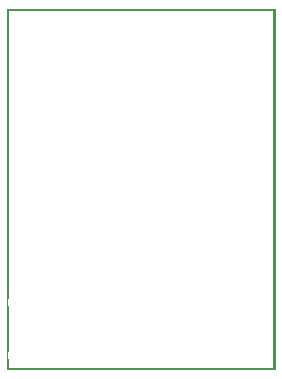
<source format=gbo>
G04 MADE WITH FRITZING*
G04 WWW.FRITZING.ORG*
G04 DOUBLE SIDED*
G04 HOLES PLATED*
G04 CONTOUR ON CENTER OF CONTOUR VECTOR*
%ASAXBY*%
%FSLAX23Y23*%
%MOIN*%
%OFA0B0*%
%SFA1.0B1.0*%
%ADD10R,0.001000X0.001000*%
%LNSILK0*%
G90*
G70*
G54D10*
X0Y1205D02*
X896Y1205D01*
X0Y1204D02*
X896Y1204D01*
X0Y1203D02*
X896Y1203D01*
X0Y1202D02*
X896Y1202D01*
X0Y1201D02*
X896Y1201D01*
X0Y1200D02*
X896Y1200D01*
X0Y1199D02*
X896Y1199D01*
X0Y1198D02*
X896Y1198D01*
X0Y1197D02*
X7Y1197D01*
X889Y1197D02*
X896Y1197D01*
X0Y1196D02*
X7Y1196D01*
X889Y1196D02*
X896Y1196D01*
X0Y1195D02*
X7Y1195D01*
X889Y1195D02*
X896Y1195D01*
X0Y1194D02*
X7Y1194D01*
X889Y1194D02*
X896Y1194D01*
X0Y1193D02*
X7Y1193D01*
X889Y1193D02*
X896Y1193D01*
X0Y1192D02*
X7Y1192D01*
X889Y1192D02*
X896Y1192D01*
X0Y1191D02*
X7Y1191D01*
X889Y1191D02*
X896Y1191D01*
X0Y1190D02*
X7Y1190D01*
X889Y1190D02*
X896Y1190D01*
X0Y1189D02*
X7Y1189D01*
X889Y1189D02*
X896Y1189D01*
X0Y1188D02*
X7Y1188D01*
X889Y1188D02*
X896Y1188D01*
X0Y1187D02*
X7Y1187D01*
X889Y1187D02*
X896Y1187D01*
X0Y1186D02*
X7Y1186D01*
X889Y1186D02*
X896Y1186D01*
X0Y1185D02*
X7Y1185D01*
X889Y1185D02*
X896Y1185D01*
X0Y1184D02*
X7Y1184D01*
X889Y1184D02*
X896Y1184D01*
X0Y1183D02*
X7Y1183D01*
X889Y1183D02*
X896Y1183D01*
X0Y1182D02*
X7Y1182D01*
X889Y1182D02*
X896Y1182D01*
X0Y1181D02*
X7Y1181D01*
X889Y1181D02*
X896Y1181D01*
X0Y1180D02*
X7Y1180D01*
X889Y1180D02*
X896Y1180D01*
X0Y1179D02*
X7Y1179D01*
X889Y1179D02*
X896Y1179D01*
X0Y1178D02*
X7Y1178D01*
X889Y1178D02*
X896Y1178D01*
X0Y1177D02*
X7Y1177D01*
X889Y1177D02*
X896Y1177D01*
X0Y1176D02*
X7Y1176D01*
X889Y1176D02*
X896Y1176D01*
X0Y1175D02*
X7Y1175D01*
X889Y1175D02*
X896Y1175D01*
X0Y1174D02*
X7Y1174D01*
X889Y1174D02*
X896Y1174D01*
X0Y1173D02*
X7Y1173D01*
X889Y1173D02*
X896Y1173D01*
X0Y1172D02*
X7Y1172D01*
X889Y1172D02*
X896Y1172D01*
X0Y1171D02*
X7Y1171D01*
X889Y1171D02*
X896Y1171D01*
X0Y1170D02*
X7Y1170D01*
X889Y1170D02*
X896Y1170D01*
X0Y1169D02*
X7Y1169D01*
X889Y1169D02*
X896Y1169D01*
X0Y1168D02*
X7Y1168D01*
X889Y1168D02*
X896Y1168D01*
X0Y1167D02*
X7Y1167D01*
X889Y1167D02*
X896Y1167D01*
X0Y1166D02*
X7Y1166D01*
X889Y1166D02*
X896Y1166D01*
X0Y1165D02*
X7Y1165D01*
X889Y1165D02*
X896Y1165D01*
X0Y1164D02*
X7Y1164D01*
X889Y1164D02*
X896Y1164D01*
X0Y1163D02*
X7Y1163D01*
X889Y1163D02*
X896Y1163D01*
X0Y1162D02*
X7Y1162D01*
X889Y1162D02*
X896Y1162D01*
X0Y1161D02*
X7Y1161D01*
X889Y1161D02*
X896Y1161D01*
X0Y1160D02*
X7Y1160D01*
X889Y1160D02*
X896Y1160D01*
X0Y1159D02*
X7Y1159D01*
X889Y1159D02*
X896Y1159D01*
X0Y1158D02*
X7Y1158D01*
X889Y1158D02*
X896Y1158D01*
X0Y1157D02*
X7Y1157D01*
X889Y1157D02*
X896Y1157D01*
X0Y1156D02*
X7Y1156D01*
X889Y1156D02*
X896Y1156D01*
X0Y1155D02*
X7Y1155D01*
X889Y1155D02*
X896Y1155D01*
X0Y1154D02*
X7Y1154D01*
X889Y1154D02*
X896Y1154D01*
X0Y1153D02*
X7Y1153D01*
X889Y1153D02*
X896Y1153D01*
X0Y1152D02*
X7Y1152D01*
X889Y1152D02*
X896Y1152D01*
X0Y1151D02*
X7Y1151D01*
X889Y1151D02*
X896Y1151D01*
X0Y1150D02*
X7Y1150D01*
X889Y1150D02*
X896Y1150D01*
X0Y1149D02*
X7Y1149D01*
X889Y1149D02*
X896Y1149D01*
X0Y1148D02*
X7Y1148D01*
X889Y1148D02*
X896Y1148D01*
X0Y1147D02*
X7Y1147D01*
X889Y1147D02*
X896Y1147D01*
X0Y1146D02*
X7Y1146D01*
X889Y1146D02*
X896Y1146D01*
X0Y1145D02*
X7Y1145D01*
X889Y1145D02*
X896Y1145D01*
X0Y1144D02*
X7Y1144D01*
X889Y1144D02*
X896Y1144D01*
X0Y1143D02*
X7Y1143D01*
X889Y1143D02*
X896Y1143D01*
X0Y1142D02*
X7Y1142D01*
X889Y1142D02*
X896Y1142D01*
X0Y1141D02*
X7Y1141D01*
X889Y1141D02*
X896Y1141D01*
X0Y1140D02*
X7Y1140D01*
X889Y1140D02*
X896Y1140D01*
X0Y1139D02*
X7Y1139D01*
X889Y1139D02*
X896Y1139D01*
X0Y1138D02*
X7Y1138D01*
X889Y1138D02*
X896Y1138D01*
X0Y1137D02*
X7Y1137D01*
X889Y1137D02*
X896Y1137D01*
X0Y1136D02*
X7Y1136D01*
X889Y1136D02*
X896Y1136D01*
X0Y1135D02*
X7Y1135D01*
X889Y1135D02*
X896Y1135D01*
X0Y1134D02*
X7Y1134D01*
X889Y1134D02*
X896Y1134D01*
X0Y1133D02*
X7Y1133D01*
X889Y1133D02*
X896Y1133D01*
X0Y1132D02*
X7Y1132D01*
X889Y1132D02*
X896Y1132D01*
X0Y1131D02*
X7Y1131D01*
X889Y1131D02*
X896Y1131D01*
X0Y1130D02*
X7Y1130D01*
X889Y1130D02*
X896Y1130D01*
X0Y1129D02*
X7Y1129D01*
X889Y1129D02*
X896Y1129D01*
X0Y1128D02*
X7Y1128D01*
X889Y1128D02*
X896Y1128D01*
X0Y1127D02*
X7Y1127D01*
X889Y1127D02*
X896Y1127D01*
X0Y1126D02*
X7Y1126D01*
X889Y1126D02*
X896Y1126D01*
X0Y1125D02*
X7Y1125D01*
X889Y1125D02*
X896Y1125D01*
X0Y1124D02*
X7Y1124D01*
X889Y1124D02*
X896Y1124D01*
X0Y1123D02*
X7Y1123D01*
X889Y1123D02*
X896Y1123D01*
X0Y1122D02*
X7Y1122D01*
X889Y1122D02*
X896Y1122D01*
X0Y1121D02*
X7Y1121D01*
X889Y1121D02*
X896Y1121D01*
X0Y1120D02*
X7Y1120D01*
X889Y1120D02*
X896Y1120D01*
X0Y1119D02*
X7Y1119D01*
X889Y1119D02*
X896Y1119D01*
X0Y1118D02*
X7Y1118D01*
X889Y1118D02*
X896Y1118D01*
X0Y1117D02*
X7Y1117D01*
X889Y1117D02*
X896Y1117D01*
X0Y1116D02*
X7Y1116D01*
X889Y1116D02*
X896Y1116D01*
X0Y1115D02*
X7Y1115D01*
X889Y1115D02*
X896Y1115D01*
X0Y1114D02*
X7Y1114D01*
X889Y1114D02*
X896Y1114D01*
X0Y1113D02*
X7Y1113D01*
X889Y1113D02*
X896Y1113D01*
X0Y1112D02*
X7Y1112D01*
X889Y1112D02*
X896Y1112D01*
X0Y1111D02*
X7Y1111D01*
X889Y1111D02*
X896Y1111D01*
X0Y1110D02*
X7Y1110D01*
X889Y1110D02*
X896Y1110D01*
X0Y1109D02*
X7Y1109D01*
X889Y1109D02*
X896Y1109D01*
X0Y1108D02*
X7Y1108D01*
X889Y1108D02*
X896Y1108D01*
X0Y1107D02*
X7Y1107D01*
X889Y1107D02*
X896Y1107D01*
X0Y1106D02*
X7Y1106D01*
X889Y1106D02*
X896Y1106D01*
X0Y1105D02*
X7Y1105D01*
X889Y1105D02*
X896Y1105D01*
X0Y1104D02*
X7Y1104D01*
X889Y1104D02*
X896Y1104D01*
X0Y1103D02*
X7Y1103D01*
X889Y1103D02*
X896Y1103D01*
X0Y1102D02*
X7Y1102D01*
X889Y1102D02*
X896Y1102D01*
X0Y1101D02*
X7Y1101D01*
X889Y1101D02*
X896Y1101D01*
X0Y1100D02*
X7Y1100D01*
X889Y1100D02*
X896Y1100D01*
X0Y1099D02*
X7Y1099D01*
X889Y1099D02*
X896Y1099D01*
X0Y1098D02*
X7Y1098D01*
X889Y1098D02*
X896Y1098D01*
X0Y1097D02*
X7Y1097D01*
X889Y1097D02*
X896Y1097D01*
X0Y1096D02*
X7Y1096D01*
X889Y1096D02*
X896Y1096D01*
X0Y1095D02*
X7Y1095D01*
X889Y1095D02*
X896Y1095D01*
X0Y1094D02*
X7Y1094D01*
X889Y1094D02*
X896Y1094D01*
X0Y1093D02*
X7Y1093D01*
X889Y1093D02*
X896Y1093D01*
X0Y1092D02*
X7Y1092D01*
X889Y1092D02*
X896Y1092D01*
X0Y1091D02*
X7Y1091D01*
X889Y1091D02*
X896Y1091D01*
X0Y1090D02*
X7Y1090D01*
X889Y1090D02*
X896Y1090D01*
X0Y1089D02*
X7Y1089D01*
X889Y1089D02*
X896Y1089D01*
X0Y1088D02*
X7Y1088D01*
X889Y1088D02*
X896Y1088D01*
X0Y1087D02*
X7Y1087D01*
X889Y1087D02*
X896Y1087D01*
X0Y1086D02*
X7Y1086D01*
X889Y1086D02*
X896Y1086D01*
X0Y1085D02*
X7Y1085D01*
X889Y1085D02*
X896Y1085D01*
X0Y1084D02*
X7Y1084D01*
X889Y1084D02*
X896Y1084D01*
X0Y1083D02*
X7Y1083D01*
X889Y1083D02*
X896Y1083D01*
X0Y1082D02*
X7Y1082D01*
X889Y1082D02*
X896Y1082D01*
X0Y1081D02*
X7Y1081D01*
X889Y1081D02*
X896Y1081D01*
X0Y1080D02*
X7Y1080D01*
X889Y1080D02*
X896Y1080D01*
X0Y1079D02*
X7Y1079D01*
X889Y1079D02*
X896Y1079D01*
X0Y1078D02*
X7Y1078D01*
X889Y1078D02*
X896Y1078D01*
X0Y1077D02*
X7Y1077D01*
X889Y1077D02*
X896Y1077D01*
X0Y1076D02*
X7Y1076D01*
X889Y1076D02*
X896Y1076D01*
X0Y1075D02*
X7Y1075D01*
X889Y1075D02*
X896Y1075D01*
X0Y1074D02*
X7Y1074D01*
X889Y1074D02*
X896Y1074D01*
X0Y1073D02*
X7Y1073D01*
X889Y1073D02*
X896Y1073D01*
X0Y1072D02*
X7Y1072D01*
X889Y1072D02*
X896Y1072D01*
X0Y1071D02*
X7Y1071D01*
X889Y1071D02*
X896Y1071D01*
X0Y1070D02*
X7Y1070D01*
X889Y1070D02*
X896Y1070D01*
X0Y1069D02*
X7Y1069D01*
X889Y1069D02*
X896Y1069D01*
X0Y1068D02*
X7Y1068D01*
X889Y1068D02*
X896Y1068D01*
X0Y1067D02*
X7Y1067D01*
X889Y1067D02*
X896Y1067D01*
X0Y1066D02*
X7Y1066D01*
X889Y1066D02*
X896Y1066D01*
X0Y1065D02*
X7Y1065D01*
X889Y1065D02*
X896Y1065D01*
X0Y1064D02*
X7Y1064D01*
X889Y1064D02*
X896Y1064D01*
X0Y1063D02*
X7Y1063D01*
X889Y1063D02*
X896Y1063D01*
X0Y1062D02*
X7Y1062D01*
X889Y1062D02*
X896Y1062D01*
X0Y1061D02*
X7Y1061D01*
X889Y1061D02*
X896Y1061D01*
X0Y1060D02*
X7Y1060D01*
X889Y1060D02*
X896Y1060D01*
X0Y1059D02*
X7Y1059D01*
X889Y1059D02*
X896Y1059D01*
X0Y1058D02*
X7Y1058D01*
X889Y1058D02*
X896Y1058D01*
X0Y1057D02*
X7Y1057D01*
X889Y1057D02*
X896Y1057D01*
X0Y1056D02*
X7Y1056D01*
X889Y1056D02*
X896Y1056D01*
X0Y1055D02*
X7Y1055D01*
X889Y1055D02*
X896Y1055D01*
X0Y1054D02*
X7Y1054D01*
X889Y1054D02*
X896Y1054D01*
X0Y1053D02*
X7Y1053D01*
X889Y1053D02*
X896Y1053D01*
X0Y1052D02*
X7Y1052D01*
X889Y1052D02*
X896Y1052D01*
X0Y1051D02*
X7Y1051D01*
X889Y1051D02*
X896Y1051D01*
X0Y1050D02*
X7Y1050D01*
X889Y1050D02*
X896Y1050D01*
X0Y1049D02*
X7Y1049D01*
X889Y1049D02*
X896Y1049D01*
X0Y1048D02*
X7Y1048D01*
X889Y1048D02*
X896Y1048D01*
X0Y1047D02*
X7Y1047D01*
X889Y1047D02*
X896Y1047D01*
X0Y1046D02*
X7Y1046D01*
X889Y1046D02*
X896Y1046D01*
X0Y1045D02*
X7Y1045D01*
X889Y1045D02*
X896Y1045D01*
X0Y1044D02*
X7Y1044D01*
X889Y1044D02*
X896Y1044D01*
X0Y1043D02*
X7Y1043D01*
X889Y1043D02*
X896Y1043D01*
X0Y1042D02*
X7Y1042D01*
X889Y1042D02*
X896Y1042D01*
X0Y1041D02*
X7Y1041D01*
X889Y1041D02*
X896Y1041D01*
X0Y1040D02*
X7Y1040D01*
X889Y1040D02*
X896Y1040D01*
X0Y1039D02*
X7Y1039D01*
X889Y1039D02*
X896Y1039D01*
X0Y1038D02*
X7Y1038D01*
X889Y1038D02*
X896Y1038D01*
X0Y1037D02*
X7Y1037D01*
X889Y1037D02*
X896Y1037D01*
X0Y1036D02*
X7Y1036D01*
X889Y1036D02*
X896Y1036D01*
X0Y1035D02*
X7Y1035D01*
X889Y1035D02*
X896Y1035D01*
X0Y1034D02*
X7Y1034D01*
X889Y1034D02*
X896Y1034D01*
X0Y1033D02*
X7Y1033D01*
X889Y1033D02*
X896Y1033D01*
X0Y1032D02*
X7Y1032D01*
X889Y1032D02*
X896Y1032D01*
X0Y1031D02*
X7Y1031D01*
X889Y1031D02*
X896Y1031D01*
X0Y1030D02*
X7Y1030D01*
X889Y1030D02*
X896Y1030D01*
X0Y1029D02*
X7Y1029D01*
X889Y1029D02*
X896Y1029D01*
X0Y1028D02*
X7Y1028D01*
X889Y1028D02*
X896Y1028D01*
X0Y1027D02*
X7Y1027D01*
X889Y1027D02*
X896Y1027D01*
X0Y1026D02*
X7Y1026D01*
X889Y1026D02*
X896Y1026D01*
X0Y1025D02*
X7Y1025D01*
X889Y1025D02*
X896Y1025D01*
X0Y1024D02*
X7Y1024D01*
X889Y1024D02*
X896Y1024D01*
X0Y1023D02*
X7Y1023D01*
X889Y1023D02*
X896Y1023D01*
X0Y1022D02*
X7Y1022D01*
X889Y1022D02*
X896Y1022D01*
X0Y1021D02*
X7Y1021D01*
X889Y1021D02*
X896Y1021D01*
X0Y1020D02*
X7Y1020D01*
X889Y1020D02*
X896Y1020D01*
X0Y1019D02*
X7Y1019D01*
X889Y1019D02*
X896Y1019D01*
X0Y1018D02*
X7Y1018D01*
X889Y1018D02*
X896Y1018D01*
X0Y1017D02*
X7Y1017D01*
X889Y1017D02*
X896Y1017D01*
X0Y1016D02*
X7Y1016D01*
X889Y1016D02*
X896Y1016D01*
X0Y1015D02*
X7Y1015D01*
X889Y1015D02*
X896Y1015D01*
X0Y1014D02*
X7Y1014D01*
X889Y1014D02*
X896Y1014D01*
X0Y1013D02*
X7Y1013D01*
X889Y1013D02*
X896Y1013D01*
X0Y1012D02*
X7Y1012D01*
X889Y1012D02*
X896Y1012D01*
X0Y1011D02*
X7Y1011D01*
X889Y1011D02*
X896Y1011D01*
X0Y1010D02*
X7Y1010D01*
X889Y1010D02*
X896Y1010D01*
X0Y1009D02*
X7Y1009D01*
X889Y1009D02*
X896Y1009D01*
X0Y1008D02*
X7Y1008D01*
X889Y1008D02*
X896Y1008D01*
X0Y1007D02*
X7Y1007D01*
X889Y1007D02*
X896Y1007D01*
X0Y1006D02*
X7Y1006D01*
X889Y1006D02*
X896Y1006D01*
X0Y1005D02*
X7Y1005D01*
X889Y1005D02*
X896Y1005D01*
X0Y1004D02*
X7Y1004D01*
X889Y1004D02*
X896Y1004D01*
X0Y1003D02*
X7Y1003D01*
X889Y1003D02*
X896Y1003D01*
X0Y1002D02*
X7Y1002D01*
X889Y1002D02*
X896Y1002D01*
X0Y1001D02*
X7Y1001D01*
X889Y1001D02*
X896Y1001D01*
X0Y1000D02*
X7Y1000D01*
X889Y1000D02*
X896Y1000D01*
X0Y999D02*
X7Y999D01*
X889Y999D02*
X896Y999D01*
X0Y998D02*
X7Y998D01*
X889Y998D02*
X896Y998D01*
X0Y997D02*
X7Y997D01*
X889Y997D02*
X896Y997D01*
X0Y996D02*
X7Y996D01*
X889Y996D02*
X896Y996D01*
X0Y995D02*
X7Y995D01*
X889Y995D02*
X896Y995D01*
X0Y994D02*
X7Y994D01*
X889Y994D02*
X896Y994D01*
X0Y993D02*
X7Y993D01*
X889Y993D02*
X896Y993D01*
X0Y992D02*
X7Y992D01*
X889Y992D02*
X896Y992D01*
X0Y991D02*
X7Y991D01*
X889Y991D02*
X896Y991D01*
X0Y990D02*
X7Y990D01*
X889Y990D02*
X896Y990D01*
X0Y989D02*
X7Y989D01*
X889Y989D02*
X896Y989D01*
X0Y988D02*
X7Y988D01*
X889Y988D02*
X896Y988D01*
X0Y987D02*
X7Y987D01*
X889Y987D02*
X896Y987D01*
X0Y986D02*
X7Y986D01*
X889Y986D02*
X896Y986D01*
X0Y985D02*
X7Y985D01*
X889Y985D02*
X896Y985D01*
X0Y984D02*
X7Y984D01*
X889Y984D02*
X896Y984D01*
X0Y983D02*
X7Y983D01*
X889Y983D02*
X896Y983D01*
X0Y982D02*
X7Y982D01*
X889Y982D02*
X896Y982D01*
X0Y981D02*
X7Y981D01*
X889Y981D02*
X896Y981D01*
X0Y980D02*
X7Y980D01*
X889Y980D02*
X896Y980D01*
X0Y979D02*
X7Y979D01*
X889Y979D02*
X896Y979D01*
X0Y978D02*
X7Y978D01*
X889Y978D02*
X896Y978D01*
X0Y977D02*
X7Y977D01*
X889Y977D02*
X896Y977D01*
X0Y976D02*
X7Y976D01*
X889Y976D02*
X896Y976D01*
X0Y975D02*
X7Y975D01*
X889Y975D02*
X896Y975D01*
X0Y974D02*
X7Y974D01*
X889Y974D02*
X896Y974D01*
X0Y973D02*
X7Y973D01*
X889Y973D02*
X896Y973D01*
X0Y972D02*
X7Y972D01*
X889Y972D02*
X896Y972D01*
X0Y971D02*
X7Y971D01*
X889Y971D02*
X896Y971D01*
X0Y970D02*
X7Y970D01*
X889Y970D02*
X896Y970D01*
X0Y969D02*
X7Y969D01*
X889Y969D02*
X896Y969D01*
X0Y968D02*
X7Y968D01*
X889Y968D02*
X896Y968D01*
X0Y967D02*
X7Y967D01*
X889Y967D02*
X896Y967D01*
X0Y966D02*
X7Y966D01*
X889Y966D02*
X896Y966D01*
X0Y965D02*
X7Y965D01*
X889Y965D02*
X896Y965D01*
X0Y964D02*
X7Y964D01*
X889Y964D02*
X896Y964D01*
X0Y963D02*
X7Y963D01*
X889Y963D02*
X896Y963D01*
X0Y962D02*
X7Y962D01*
X889Y962D02*
X896Y962D01*
X0Y961D02*
X7Y961D01*
X889Y961D02*
X896Y961D01*
X0Y960D02*
X7Y960D01*
X889Y960D02*
X896Y960D01*
X0Y959D02*
X7Y959D01*
X889Y959D02*
X896Y959D01*
X0Y958D02*
X7Y958D01*
X889Y958D02*
X896Y958D01*
X0Y957D02*
X7Y957D01*
X889Y957D02*
X896Y957D01*
X0Y956D02*
X7Y956D01*
X889Y956D02*
X896Y956D01*
X0Y955D02*
X7Y955D01*
X889Y955D02*
X896Y955D01*
X0Y954D02*
X7Y954D01*
X889Y954D02*
X896Y954D01*
X0Y953D02*
X7Y953D01*
X889Y953D02*
X896Y953D01*
X0Y952D02*
X7Y952D01*
X889Y952D02*
X896Y952D01*
X0Y951D02*
X7Y951D01*
X889Y951D02*
X896Y951D01*
X0Y950D02*
X7Y950D01*
X889Y950D02*
X896Y950D01*
X0Y949D02*
X7Y949D01*
X889Y949D02*
X896Y949D01*
X0Y948D02*
X7Y948D01*
X889Y948D02*
X896Y948D01*
X0Y947D02*
X7Y947D01*
X889Y947D02*
X896Y947D01*
X0Y946D02*
X7Y946D01*
X889Y946D02*
X896Y946D01*
X0Y945D02*
X7Y945D01*
X889Y945D02*
X896Y945D01*
X0Y944D02*
X7Y944D01*
X889Y944D02*
X896Y944D01*
X0Y943D02*
X7Y943D01*
X889Y943D02*
X896Y943D01*
X0Y942D02*
X7Y942D01*
X889Y942D02*
X896Y942D01*
X0Y941D02*
X7Y941D01*
X889Y941D02*
X896Y941D01*
X0Y940D02*
X7Y940D01*
X889Y940D02*
X896Y940D01*
X0Y939D02*
X7Y939D01*
X889Y939D02*
X896Y939D01*
X0Y938D02*
X7Y938D01*
X889Y938D02*
X896Y938D01*
X0Y937D02*
X7Y937D01*
X889Y937D02*
X896Y937D01*
X0Y936D02*
X7Y936D01*
X889Y936D02*
X896Y936D01*
X0Y935D02*
X7Y935D01*
X889Y935D02*
X896Y935D01*
X0Y934D02*
X7Y934D01*
X889Y934D02*
X896Y934D01*
X0Y933D02*
X7Y933D01*
X889Y933D02*
X896Y933D01*
X0Y932D02*
X7Y932D01*
X889Y932D02*
X896Y932D01*
X0Y931D02*
X7Y931D01*
X889Y931D02*
X896Y931D01*
X0Y930D02*
X7Y930D01*
X889Y930D02*
X896Y930D01*
X0Y929D02*
X7Y929D01*
X889Y929D02*
X896Y929D01*
X0Y928D02*
X7Y928D01*
X889Y928D02*
X896Y928D01*
X0Y927D02*
X7Y927D01*
X889Y927D02*
X896Y927D01*
X0Y926D02*
X7Y926D01*
X889Y926D02*
X896Y926D01*
X0Y925D02*
X7Y925D01*
X889Y925D02*
X896Y925D01*
X0Y924D02*
X7Y924D01*
X889Y924D02*
X896Y924D01*
X0Y923D02*
X7Y923D01*
X889Y923D02*
X896Y923D01*
X0Y922D02*
X7Y922D01*
X889Y922D02*
X896Y922D01*
X0Y921D02*
X7Y921D01*
X889Y921D02*
X896Y921D01*
X0Y920D02*
X7Y920D01*
X889Y920D02*
X896Y920D01*
X0Y919D02*
X7Y919D01*
X889Y919D02*
X896Y919D01*
X0Y918D02*
X7Y918D01*
X889Y918D02*
X896Y918D01*
X0Y917D02*
X7Y917D01*
X889Y917D02*
X896Y917D01*
X0Y916D02*
X7Y916D01*
X889Y916D02*
X896Y916D01*
X0Y915D02*
X7Y915D01*
X889Y915D02*
X896Y915D01*
X0Y914D02*
X7Y914D01*
X889Y914D02*
X896Y914D01*
X0Y913D02*
X7Y913D01*
X889Y913D02*
X896Y913D01*
X0Y912D02*
X7Y912D01*
X889Y912D02*
X896Y912D01*
X0Y911D02*
X7Y911D01*
X889Y911D02*
X896Y911D01*
X0Y910D02*
X7Y910D01*
X889Y910D02*
X896Y910D01*
X0Y909D02*
X7Y909D01*
X889Y909D02*
X896Y909D01*
X0Y908D02*
X7Y908D01*
X889Y908D02*
X896Y908D01*
X0Y907D02*
X7Y907D01*
X889Y907D02*
X896Y907D01*
X0Y906D02*
X7Y906D01*
X889Y906D02*
X896Y906D01*
X0Y905D02*
X7Y905D01*
X889Y905D02*
X896Y905D01*
X0Y904D02*
X7Y904D01*
X889Y904D02*
X896Y904D01*
X0Y903D02*
X7Y903D01*
X889Y903D02*
X896Y903D01*
X0Y902D02*
X7Y902D01*
X889Y902D02*
X896Y902D01*
X0Y901D02*
X7Y901D01*
X889Y901D02*
X896Y901D01*
X0Y900D02*
X7Y900D01*
X889Y900D02*
X896Y900D01*
X0Y899D02*
X7Y899D01*
X889Y899D02*
X896Y899D01*
X0Y898D02*
X7Y898D01*
X889Y898D02*
X896Y898D01*
X0Y897D02*
X7Y897D01*
X889Y897D02*
X896Y897D01*
X0Y896D02*
X7Y896D01*
X889Y896D02*
X896Y896D01*
X0Y895D02*
X7Y895D01*
X889Y895D02*
X896Y895D01*
X0Y894D02*
X7Y894D01*
X889Y894D02*
X896Y894D01*
X0Y893D02*
X7Y893D01*
X889Y893D02*
X896Y893D01*
X0Y892D02*
X7Y892D01*
X889Y892D02*
X896Y892D01*
X0Y891D02*
X7Y891D01*
X889Y891D02*
X896Y891D01*
X0Y890D02*
X7Y890D01*
X889Y890D02*
X896Y890D01*
X0Y889D02*
X7Y889D01*
X889Y889D02*
X896Y889D01*
X0Y888D02*
X7Y888D01*
X889Y888D02*
X896Y888D01*
X0Y887D02*
X7Y887D01*
X889Y887D02*
X896Y887D01*
X0Y886D02*
X7Y886D01*
X889Y886D02*
X896Y886D01*
X0Y885D02*
X7Y885D01*
X889Y885D02*
X896Y885D01*
X0Y884D02*
X7Y884D01*
X889Y884D02*
X896Y884D01*
X0Y883D02*
X7Y883D01*
X889Y883D02*
X896Y883D01*
X0Y882D02*
X7Y882D01*
X889Y882D02*
X896Y882D01*
X0Y881D02*
X7Y881D01*
X889Y881D02*
X896Y881D01*
X0Y880D02*
X7Y880D01*
X889Y880D02*
X896Y880D01*
X0Y879D02*
X7Y879D01*
X889Y879D02*
X896Y879D01*
X0Y878D02*
X7Y878D01*
X889Y878D02*
X896Y878D01*
X0Y877D02*
X7Y877D01*
X889Y877D02*
X896Y877D01*
X0Y876D02*
X7Y876D01*
X889Y876D02*
X896Y876D01*
X0Y875D02*
X7Y875D01*
X889Y875D02*
X896Y875D01*
X0Y874D02*
X7Y874D01*
X889Y874D02*
X896Y874D01*
X0Y873D02*
X7Y873D01*
X889Y873D02*
X896Y873D01*
X0Y872D02*
X7Y872D01*
X889Y872D02*
X896Y872D01*
X0Y871D02*
X7Y871D01*
X889Y871D02*
X896Y871D01*
X0Y870D02*
X7Y870D01*
X889Y870D02*
X896Y870D01*
X0Y869D02*
X7Y869D01*
X889Y869D02*
X896Y869D01*
X0Y868D02*
X7Y868D01*
X889Y868D02*
X896Y868D01*
X0Y867D02*
X7Y867D01*
X889Y867D02*
X896Y867D01*
X0Y866D02*
X7Y866D01*
X889Y866D02*
X896Y866D01*
X0Y865D02*
X7Y865D01*
X889Y865D02*
X896Y865D01*
X0Y864D02*
X7Y864D01*
X889Y864D02*
X896Y864D01*
X0Y863D02*
X7Y863D01*
X889Y863D02*
X896Y863D01*
X0Y862D02*
X7Y862D01*
X889Y862D02*
X896Y862D01*
X0Y861D02*
X7Y861D01*
X889Y861D02*
X896Y861D01*
X0Y860D02*
X7Y860D01*
X889Y860D02*
X896Y860D01*
X0Y859D02*
X7Y859D01*
X889Y859D02*
X896Y859D01*
X0Y858D02*
X7Y858D01*
X889Y858D02*
X896Y858D01*
X0Y857D02*
X7Y857D01*
X889Y857D02*
X896Y857D01*
X0Y856D02*
X7Y856D01*
X889Y856D02*
X896Y856D01*
X0Y855D02*
X7Y855D01*
X889Y855D02*
X896Y855D01*
X0Y854D02*
X7Y854D01*
X889Y854D02*
X896Y854D01*
X0Y853D02*
X7Y853D01*
X889Y853D02*
X896Y853D01*
X0Y852D02*
X7Y852D01*
X889Y852D02*
X896Y852D01*
X0Y851D02*
X7Y851D01*
X889Y851D02*
X896Y851D01*
X0Y850D02*
X7Y850D01*
X889Y850D02*
X896Y850D01*
X0Y849D02*
X7Y849D01*
X889Y849D02*
X896Y849D01*
X0Y848D02*
X7Y848D01*
X889Y848D02*
X896Y848D01*
X0Y847D02*
X7Y847D01*
X889Y847D02*
X896Y847D01*
X0Y846D02*
X7Y846D01*
X889Y846D02*
X896Y846D01*
X0Y845D02*
X7Y845D01*
X889Y845D02*
X896Y845D01*
X0Y844D02*
X7Y844D01*
X889Y844D02*
X896Y844D01*
X0Y843D02*
X7Y843D01*
X889Y843D02*
X896Y843D01*
X0Y842D02*
X7Y842D01*
X889Y842D02*
X896Y842D01*
X0Y841D02*
X7Y841D01*
X889Y841D02*
X896Y841D01*
X0Y840D02*
X7Y840D01*
X889Y840D02*
X896Y840D01*
X0Y839D02*
X7Y839D01*
X889Y839D02*
X896Y839D01*
X0Y838D02*
X7Y838D01*
X889Y838D02*
X896Y838D01*
X0Y837D02*
X7Y837D01*
X889Y837D02*
X896Y837D01*
X0Y836D02*
X7Y836D01*
X889Y836D02*
X896Y836D01*
X0Y835D02*
X7Y835D01*
X889Y835D02*
X896Y835D01*
X0Y834D02*
X7Y834D01*
X889Y834D02*
X896Y834D01*
X0Y833D02*
X7Y833D01*
X889Y833D02*
X896Y833D01*
X0Y832D02*
X7Y832D01*
X889Y832D02*
X896Y832D01*
X0Y831D02*
X7Y831D01*
X889Y831D02*
X896Y831D01*
X0Y830D02*
X7Y830D01*
X889Y830D02*
X896Y830D01*
X0Y829D02*
X7Y829D01*
X889Y829D02*
X896Y829D01*
X0Y828D02*
X7Y828D01*
X889Y828D02*
X896Y828D01*
X0Y827D02*
X7Y827D01*
X889Y827D02*
X896Y827D01*
X0Y826D02*
X7Y826D01*
X889Y826D02*
X896Y826D01*
X0Y825D02*
X7Y825D01*
X889Y825D02*
X896Y825D01*
X0Y824D02*
X7Y824D01*
X889Y824D02*
X896Y824D01*
X0Y823D02*
X7Y823D01*
X889Y823D02*
X896Y823D01*
X0Y822D02*
X7Y822D01*
X889Y822D02*
X896Y822D01*
X0Y821D02*
X7Y821D01*
X889Y821D02*
X896Y821D01*
X0Y820D02*
X7Y820D01*
X889Y820D02*
X896Y820D01*
X0Y819D02*
X7Y819D01*
X889Y819D02*
X896Y819D01*
X0Y818D02*
X7Y818D01*
X889Y818D02*
X896Y818D01*
X0Y817D02*
X7Y817D01*
X889Y817D02*
X896Y817D01*
X0Y816D02*
X7Y816D01*
X889Y816D02*
X896Y816D01*
X0Y815D02*
X7Y815D01*
X889Y815D02*
X896Y815D01*
X0Y814D02*
X7Y814D01*
X889Y814D02*
X896Y814D01*
X0Y813D02*
X7Y813D01*
X889Y813D02*
X896Y813D01*
X0Y812D02*
X7Y812D01*
X889Y812D02*
X896Y812D01*
X0Y811D02*
X7Y811D01*
X889Y811D02*
X896Y811D01*
X0Y810D02*
X7Y810D01*
X889Y810D02*
X896Y810D01*
X0Y809D02*
X7Y809D01*
X889Y809D02*
X896Y809D01*
X0Y808D02*
X7Y808D01*
X889Y808D02*
X896Y808D01*
X0Y807D02*
X7Y807D01*
X889Y807D02*
X896Y807D01*
X0Y806D02*
X7Y806D01*
X889Y806D02*
X896Y806D01*
X0Y805D02*
X7Y805D01*
X889Y805D02*
X896Y805D01*
X0Y804D02*
X7Y804D01*
X889Y804D02*
X896Y804D01*
X0Y803D02*
X7Y803D01*
X889Y803D02*
X896Y803D01*
X0Y802D02*
X7Y802D01*
X889Y802D02*
X896Y802D01*
X0Y801D02*
X7Y801D01*
X889Y801D02*
X896Y801D01*
X0Y800D02*
X7Y800D01*
X889Y800D02*
X896Y800D01*
X0Y799D02*
X7Y799D01*
X889Y799D02*
X896Y799D01*
X0Y798D02*
X7Y798D01*
X889Y798D02*
X896Y798D01*
X0Y797D02*
X7Y797D01*
X889Y797D02*
X896Y797D01*
X0Y796D02*
X7Y796D01*
X889Y796D02*
X896Y796D01*
X0Y795D02*
X7Y795D01*
X889Y795D02*
X896Y795D01*
X0Y794D02*
X7Y794D01*
X889Y794D02*
X896Y794D01*
X0Y793D02*
X7Y793D01*
X889Y793D02*
X896Y793D01*
X0Y792D02*
X7Y792D01*
X889Y792D02*
X896Y792D01*
X0Y791D02*
X7Y791D01*
X889Y791D02*
X896Y791D01*
X0Y790D02*
X7Y790D01*
X889Y790D02*
X896Y790D01*
X0Y789D02*
X7Y789D01*
X889Y789D02*
X896Y789D01*
X0Y788D02*
X7Y788D01*
X889Y788D02*
X896Y788D01*
X0Y787D02*
X7Y787D01*
X889Y787D02*
X896Y787D01*
X0Y786D02*
X7Y786D01*
X889Y786D02*
X896Y786D01*
X0Y785D02*
X7Y785D01*
X889Y785D02*
X896Y785D01*
X0Y784D02*
X7Y784D01*
X889Y784D02*
X896Y784D01*
X0Y783D02*
X7Y783D01*
X889Y783D02*
X896Y783D01*
X0Y782D02*
X7Y782D01*
X889Y782D02*
X896Y782D01*
X0Y781D02*
X7Y781D01*
X889Y781D02*
X896Y781D01*
X0Y780D02*
X7Y780D01*
X889Y780D02*
X896Y780D01*
X0Y779D02*
X7Y779D01*
X889Y779D02*
X896Y779D01*
X0Y778D02*
X7Y778D01*
X889Y778D02*
X896Y778D01*
X0Y777D02*
X7Y777D01*
X889Y777D02*
X896Y777D01*
X0Y776D02*
X7Y776D01*
X889Y776D02*
X896Y776D01*
X0Y775D02*
X7Y775D01*
X889Y775D02*
X896Y775D01*
X0Y774D02*
X7Y774D01*
X889Y774D02*
X896Y774D01*
X0Y773D02*
X7Y773D01*
X889Y773D02*
X896Y773D01*
X0Y772D02*
X7Y772D01*
X889Y772D02*
X896Y772D01*
X0Y771D02*
X7Y771D01*
X889Y771D02*
X896Y771D01*
X0Y770D02*
X7Y770D01*
X889Y770D02*
X896Y770D01*
X0Y769D02*
X7Y769D01*
X889Y769D02*
X896Y769D01*
X0Y768D02*
X7Y768D01*
X889Y768D02*
X896Y768D01*
X0Y767D02*
X7Y767D01*
X889Y767D02*
X896Y767D01*
X0Y766D02*
X7Y766D01*
X889Y766D02*
X896Y766D01*
X0Y765D02*
X7Y765D01*
X889Y765D02*
X896Y765D01*
X0Y764D02*
X7Y764D01*
X889Y764D02*
X896Y764D01*
X0Y763D02*
X7Y763D01*
X889Y763D02*
X896Y763D01*
X0Y762D02*
X7Y762D01*
X889Y762D02*
X896Y762D01*
X0Y761D02*
X7Y761D01*
X889Y761D02*
X896Y761D01*
X0Y760D02*
X7Y760D01*
X889Y760D02*
X896Y760D01*
X0Y759D02*
X7Y759D01*
X889Y759D02*
X896Y759D01*
X0Y758D02*
X7Y758D01*
X889Y758D02*
X896Y758D01*
X0Y757D02*
X7Y757D01*
X889Y757D02*
X896Y757D01*
X0Y756D02*
X7Y756D01*
X889Y756D02*
X896Y756D01*
X0Y755D02*
X7Y755D01*
X889Y755D02*
X896Y755D01*
X0Y754D02*
X7Y754D01*
X889Y754D02*
X896Y754D01*
X0Y753D02*
X7Y753D01*
X889Y753D02*
X896Y753D01*
X0Y752D02*
X7Y752D01*
X889Y752D02*
X896Y752D01*
X0Y751D02*
X7Y751D01*
X889Y751D02*
X896Y751D01*
X0Y750D02*
X7Y750D01*
X889Y750D02*
X896Y750D01*
X0Y749D02*
X7Y749D01*
X889Y749D02*
X896Y749D01*
X0Y748D02*
X7Y748D01*
X889Y748D02*
X896Y748D01*
X0Y747D02*
X7Y747D01*
X889Y747D02*
X896Y747D01*
X0Y746D02*
X7Y746D01*
X889Y746D02*
X896Y746D01*
X0Y745D02*
X7Y745D01*
X889Y745D02*
X896Y745D01*
X0Y744D02*
X7Y744D01*
X889Y744D02*
X896Y744D01*
X0Y743D02*
X7Y743D01*
X889Y743D02*
X896Y743D01*
X0Y742D02*
X7Y742D01*
X889Y742D02*
X896Y742D01*
X0Y741D02*
X7Y741D01*
X889Y741D02*
X896Y741D01*
X0Y740D02*
X7Y740D01*
X889Y740D02*
X896Y740D01*
X0Y739D02*
X7Y739D01*
X889Y739D02*
X896Y739D01*
X0Y738D02*
X7Y738D01*
X889Y738D02*
X896Y738D01*
X0Y737D02*
X7Y737D01*
X889Y737D02*
X896Y737D01*
X0Y736D02*
X7Y736D01*
X889Y736D02*
X896Y736D01*
X0Y735D02*
X7Y735D01*
X889Y735D02*
X896Y735D01*
X0Y734D02*
X7Y734D01*
X889Y734D02*
X896Y734D01*
X0Y733D02*
X7Y733D01*
X889Y733D02*
X896Y733D01*
X0Y732D02*
X7Y732D01*
X889Y732D02*
X896Y732D01*
X0Y731D02*
X7Y731D01*
X889Y731D02*
X896Y731D01*
X0Y730D02*
X7Y730D01*
X889Y730D02*
X896Y730D01*
X0Y729D02*
X7Y729D01*
X889Y729D02*
X896Y729D01*
X0Y728D02*
X7Y728D01*
X889Y728D02*
X896Y728D01*
X0Y727D02*
X7Y727D01*
X889Y727D02*
X896Y727D01*
X0Y726D02*
X7Y726D01*
X889Y726D02*
X896Y726D01*
X0Y725D02*
X7Y725D01*
X889Y725D02*
X896Y725D01*
X0Y724D02*
X7Y724D01*
X889Y724D02*
X896Y724D01*
X0Y723D02*
X7Y723D01*
X889Y723D02*
X896Y723D01*
X0Y722D02*
X7Y722D01*
X889Y722D02*
X896Y722D01*
X0Y721D02*
X7Y721D01*
X889Y721D02*
X896Y721D01*
X0Y720D02*
X7Y720D01*
X889Y720D02*
X896Y720D01*
X0Y719D02*
X7Y719D01*
X889Y719D02*
X896Y719D01*
X0Y718D02*
X7Y718D01*
X889Y718D02*
X896Y718D01*
X0Y717D02*
X7Y717D01*
X889Y717D02*
X896Y717D01*
X0Y716D02*
X7Y716D01*
X889Y716D02*
X896Y716D01*
X0Y715D02*
X7Y715D01*
X889Y715D02*
X896Y715D01*
X0Y714D02*
X7Y714D01*
X889Y714D02*
X896Y714D01*
X0Y713D02*
X7Y713D01*
X889Y713D02*
X896Y713D01*
X0Y712D02*
X7Y712D01*
X889Y712D02*
X896Y712D01*
X0Y711D02*
X7Y711D01*
X889Y711D02*
X896Y711D01*
X0Y710D02*
X7Y710D01*
X889Y710D02*
X896Y710D01*
X0Y709D02*
X7Y709D01*
X889Y709D02*
X896Y709D01*
X0Y708D02*
X7Y708D01*
X889Y708D02*
X896Y708D01*
X0Y707D02*
X7Y707D01*
X889Y707D02*
X896Y707D01*
X0Y706D02*
X7Y706D01*
X889Y706D02*
X896Y706D01*
X0Y705D02*
X7Y705D01*
X889Y705D02*
X896Y705D01*
X0Y704D02*
X7Y704D01*
X889Y704D02*
X896Y704D01*
X0Y703D02*
X7Y703D01*
X889Y703D02*
X896Y703D01*
X0Y702D02*
X7Y702D01*
X889Y702D02*
X896Y702D01*
X0Y701D02*
X7Y701D01*
X889Y701D02*
X896Y701D01*
X0Y700D02*
X7Y700D01*
X889Y700D02*
X896Y700D01*
X0Y699D02*
X7Y699D01*
X889Y699D02*
X896Y699D01*
X0Y698D02*
X7Y698D01*
X889Y698D02*
X896Y698D01*
X0Y697D02*
X7Y697D01*
X889Y697D02*
X896Y697D01*
X0Y696D02*
X7Y696D01*
X889Y696D02*
X896Y696D01*
X0Y695D02*
X7Y695D01*
X889Y695D02*
X896Y695D01*
X0Y694D02*
X7Y694D01*
X889Y694D02*
X896Y694D01*
X0Y693D02*
X7Y693D01*
X889Y693D02*
X896Y693D01*
X0Y692D02*
X7Y692D01*
X889Y692D02*
X896Y692D01*
X0Y691D02*
X7Y691D01*
X889Y691D02*
X896Y691D01*
X0Y690D02*
X7Y690D01*
X889Y690D02*
X896Y690D01*
X0Y689D02*
X7Y689D01*
X889Y689D02*
X896Y689D01*
X0Y688D02*
X7Y688D01*
X889Y688D02*
X896Y688D01*
X0Y687D02*
X7Y687D01*
X889Y687D02*
X896Y687D01*
X0Y686D02*
X7Y686D01*
X889Y686D02*
X896Y686D01*
X0Y685D02*
X7Y685D01*
X889Y685D02*
X896Y685D01*
X0Y684D02*
X7Y684D01*
X889Y684D02*
X896Y684D01*
X0Y683D02*
X7Y683D01*
X889Y683D02*
X896Y683D01*
X0Y682D02*
X7Y682D01*
X889Y682D02*
X896Y682D01*
X0Y681D02*
X7Y681D01*
X889Y681D02*
X896Y681D01*
X0Y680D02*
X7Y680D01*
X889Y680D02*
X896Y680D01*
X0Y679D02*
X7Y679D01*
X889Y679D02*
X896Y679D01*
X0Y678D02*
X7Y678D01*
X889Y678D02*
X896Y678D01*
X0Y677D02*
X7Y677D01*
X889Y677D02*
X896Y677D01*
X0Y676D02*
X7Y676D01*
X889Y676D02*
X896Y676D01*
X0Y675D02*
X7Y675D01*
X889Y675D02*
X896Y675D01*
X0Y674D02*
X7Y674D01*
X889Y674D02*
X896Y674D01*
X0Y673D02*
X7Y673D01*
X889Y673D02*
X896Y673D01*
X0Y672D02*
X7Y672D01*
X889Y672D02*
X896Y672D01*
X0Y671D02*
X7Y671D01*
X889Y671D02*
X896Y671D01*
X0Y670D02*
X7Y670D01*
X889Y670D02*
X896Y670D01*
X0Y669D02*
X7Y669D01*
X889Y669D02*
X896Y669D01*
X0Y668D02*
X7Y668D01*
X889Y668D02*
X896Y668D01*
X0Y667D02*
X7Y667D01*
X889Y667D02*
X896Y667D01*
X0Y666D02*
X7Y666D01*
X889Y666D02*
X896Y666D01*
X0Y665D02*
X7Y665D01*
X889Y665D02*
X896Y665D01*
X0Y664D02*
X7Y664D01*
X889Y664D02*
X896Y664D01*
X0Y663D02*
X7Y663D01*
X889Y663D02*
X896Y663D01*
X0Y662D02*
X7Y662D01*
X889Y662D02*
X896Y662D01*
X0Y661D02*
X7Y661D01*
X889Y661D02*
X896Y661D01*
X0Y660D02*
X7Y660D01*
X889Y660D02*
X896Y660D01*
X0Y659D02*
X7Y659D01*
X889Y659D02*
X896Y659D01*
X0Y658D02*
X7Y658D01*
X889Y658D02*
X896Y658D01*
X0Y657D02*
X7Y657D01*
X889Y657D02*
X896Y657D01*
X0Y656D02*
X7Y656D01*
X889Y656D02*
X896Y656D01*
X0Y655D02*
X7Y655D01*
X889Y655D02*
X896Y655D01*
X0Y654D02*
X7Y654D01*
X889Y654D02*
X896Y654D01*
X0Y653D02*
X7Y653D01*
X889Y653D02*
X896Y653D01*
X0Y652D02*
X7Y652D01*
X889Y652D02*
X896Y652D01*
X0Y651D02*
X7Y651D01*
X889Y651D02*
X896Y651D01*
X0Y650D02*
X7Y650D01*
X889Y650D02*
X896Y650D01*
X0Y649D02*
X7Y649D01*
X889Y649D02*
X896Y649D01*
X0Y648D02*
X7Y648D01*
X889Y648D02*
X896Y648D01*
X0Y647D02*
X7Y647D01*
X889Y647D02*
X896Y647D01*
X0Y646D02*
X7Y646D01*
X889Y646D02*
X896Y646D01*
X0Y645D02*
X7Y645D01*
X889Y645D02*
X896Y645D01*
X0Y644D02*
X7Y644D01*
X889Y644D02*
X896Y644D01*
X0Y643D02*
X7Y643D01*
X889Y643D02*
X896Y643D01*
X0Y642D02*
X7Y642D01*
X889Y642D02*
X896Y642D01*
X0Y641D02*
X7Y641D01*
X889Y641D02*
X896Y641D01*
X0Y640D02*
X7Y640D01*
X889Y640D02*
X896Y640D01*
X0Y639D02*
X7Y639D01*
X889Y639D02*
X896Y639D01*
X0Y638D02*
X7Y638D01*
X889Y638D02*
X896Y638D01*
X0Y637D02*
X7Y637D01*
X889Y637D02*
X896Y637D01*
X0Y636D02*
X7Y636D01*
X889Y636D02*
X896Y636D01*
X0Y635D02*
X7Y635D01*
X889Y635D02*
X896Y635D01*
X0Y634D02*
X7Y634D01*
X889Y634D02*
X896Y634D01*
X0Y633D02*
X7Y633D01*
X889Y633D02*
X896Y633D01*
X0Y632D02*
X7Y632D01*
X889Y632D02*
X896Y632D01*
X0Y631D02*
X7Y631D01*
X889Y631D02*
X896Y631D01*
X0Y630D02*
X7Y630D01*
X889Y630D02*
X896Y630D01*
X0Y629D02*
X7Y629D01*
X889Y629D02*
X896Y629D01*
X0Y628D02*
X7Y628D01*
X889Y628D02*
X896Y628D01*
X0Y627D02*
X7Y627D01*
X889Y627D02*
X896Y627D01*
X0Y626D02*
X7Y626D01*
X889Y626D02*
X896Y626D01*
X0Y625D02*
X7Y625D01*
X889Y625D02*
X896Y625D01*
X0Y624D02*
X7Y624D01*
X889Y624D02*
X896Y624D01*
X0Y623D02*
X7Y623D01*
X889Y623D02*
X896Y623D01*
X0Y622D02*
X7Y622D01*
X889Y622D02*
X896Y622D01*
X0Y621D02*
X7Y621D01*
X889Y621D02*
X896Y621D01*
X0Y620D02*
X7Y620D01*
X889Y620D02*
X896Y620D01*
X0Y619D02*
X7Y619D01*
X889Y619D02*
X896Y619D01*
X0Y618D02*
X7Y618D01*
X889Y618D02*
X896Y618D01*
X0Y617D02*
X7Y617D01*
X889Y617D02*
X896Y617D01*
X0Y616D02*
X7Y616D01*
X889Y616D02*
X896Y616D01*
X0Y615D02*
X7Y615D01*
X889Y615D02*
X896Y615D01*
X0Y614D02*
X7Y614D01*
X889Y614D02*
X896Y614D01*
X0Y613D02*
X7Y613D01*
X889Y613D02*
X896Y613D01*
X0Y612D02*
X7Y612D01*
X889Y612D02*
X896Y612D01*
X0Y611D02*
X7Y611D01*
X889Y611D02*
X896Y611D01*
X0Y610D02*
X7Y610D01*
X889Y610D02*
X896Y610D01*
X0Y609D02*
X7Y609D01*
X889Y609D02*
X896Y609D01*
X0Y608D02*
X7Y608D01*
X889Y608D02*
X896Y608D01*
X0Y607D02*
X7Y607D01*
X889Y607D02*
X896Y607D01*
X0Y606D02*
X7Y606D01*
X889Y606D02*
X896Y606D01*
X0Y605D02*
X7Y605D01*
X889Y605D02*
X896Y605D01*
X0Y604D02*
X7Y604D01*
X889Y604D02*
X896Y604D01*
X0Y603D02*
X7Y603D01*
X889Y603D02*
X896Y603D01*
X0Y602D02*
X7Y602D01*
X889Y602D02*
X896Y602D01*
X0Y601D02*
X7Y601D01*
X889Y601D02*
X896Y601D01*
X0Y600D02*
X7Y600D01*
X889Y600D02*
X896Y600D01*
X0Y599D02*
X7Y599D01*
X889Y599D02*
X896Y599D01*
X0Y598D02*
X7Y598D01*
X889Y598D02*
X896Y598D01*
X0Y597D02*
X7Y597D01*
X889Y597D02*
X896Y597D01*
X0Y596D02*
X7Y596D01*
X889Y596D02*
X896Y596D01*
X0Y595D02*
X7Y595D01*
X889Y595D02*
X896Y595D01*
X0Y594D02*
X7Y594D01*
X889Y594D02*
X896Y594D01*
X0Y593D02*
X7Y593D01*
X889Y593D02*
X896Y593D01*
X0Y592D02*
X7Y592D01*
X889Y592D02*
X896Y592D01*
X0Y591D02*
X7Y591D01*
X889Y591D02*
X896Y591D01*
X0Y590D02*
X7Y590D01*
X889Y590D02*
X896Y590D01*
X0Y589D02*
X7Y589D01*
X889Y589D02*
X896Y589D01*
X0Y588D02*
X7Y588D01*
X889Y588D02*
X896Y588D01*
X0Y587D02*
X7Y587D01*
X889Y587D02*
X896Y587D01*
X0Y586D02*
X7Y586D01*
X889Y586D02*
X896Y586D01*
X0Y585D02*
X7Y585D01*
X889Y585D02*
X896Y585D01*
X0Y584D02*
X7Y584D01*
X889Y584D02*
X896Y584D01*
X0Y583D02*
X7Y583D01*
X889Y583D02*
X896Y583D01*
X0Y582D02*
X7Y582D01*
X889Y582D02*
X896Y582D01*
X0Y581D02*
X7Y581D01*
X889Y581D02*
X896Y581D01*
X0Y580D02*
X7Y580D01*
X889Y580D02*
X896Y580D01*
X0Y579D02*
X7Y579D01*
X889Y579D02*
X896Y579D01*
X0Y578D02*
X7Y578D01*
X889Y578D02*
X896Y578D01*
X0Y577D02*
X7Y577D01*
X889Y577D02*
X896Y577D01*
X0Y576D02*
X7Y576D01*
X889Y576D02*
X896Y576D01*
X0Y575D02*
X7Y575D01*
X889Y575D02*
X896Y575D01*
X0Y574D02*
X7Y574D01*
X889Y574D02*
X896Y574D01*
X0Y573D02*
X7Y573D01*
X889Y573D02*
X896Y573D01*
X0Y572D02*
X7Y572D01*
X889Y572D02*
X896Y572D01*
X0Y571D02*
X7Y571D01*
X889Y571D02*
X896Y571D01*
X0Y570D02*
X7Y570D01*
X889Y570D02*
X896Y570D01*
X0Y569D02*
X7Y569D01*
X889Y569D02*
X896Y569D01*
X0Y568D02*
X7Y568D01*
X889Y568D02*
X896Y568D01*
X0Y567D02*
X7Y567D01*
X889Y567D02*
X896Y567D01*
X0Y566D02*
X7Y566D01*
X889Y566D02*
X896Y566D01*
X0Y565D02*
X7Y565D01*
X889Y565D02*
X896Y565D01*
X0Y564D02*
X7Y564D01*
X889Y564D02*
X896Y564D01*
X0Y563D02*
X7Y563D01*
X889Y563D02*
X896Y563D01*
X0Y562D02*
X7Y562D01*
X889Y562D02*
X896Y562D01*
X0Y561D02*
X7Y561D01*
X889Y561D02*
X896Y561D01*
X0Y560D02*
X7Y560D01*
X889Y560D02*
X896Y560D01*
X0Y559D02*
X7Y559D01*
X889Y559D02*
X896Y559D01*
X0Y558D02*
X7Y558D01*
X889Y558D02*
X896Y558D01*
X0Y557D02*
X7Y557D01*
X889Y557D02*
X896Y557D01*
X0Y556D02*
X7Y556D01*
X889Y556D02*
X896Y556D01*
X0Y555D02*
X7Y555D01*
X889Y555D02*
X896Y555D01*
X0Y554D02*
X7Y554D01*
X889Y554D02*
X896Y554D01*
X0Y553D02*
X7Y553D01*
X889Y553D02*
X896Y553D01*
X0Y552D02*
X7Y552D01*
X889Y552D02*
X896Y552D01*
X0Y551D02*
X7Y551D01*
X889Y551D02*
X896Y551D01*
X0Y550D02*
X7Y550D01*
X889Y550D02*
X896Y550D01*
X0Y549D02*
X7Y549D01*
X889Y549D02*
X896Y549D01*
X0Y548D02*
X7Y548D01*
X889Y548D02*
X896Y548D01*
X0Y547D02*
X7Y547D01*
X889Y547D02*
X896Y547D01*
X0Y546D02*
X7Y546D01*
X889Y546D02*
X896Y546D01*
X0Y545D02*
X7Y545D01*
X889Y545D02*
X896Y545D01*
X0Y544D02*
X7Y544D01*
X889Y544D02*
X896Y544D01*
X0Y543D02*
X7Y543D01*
X889Y543D02*
X896Y543D01*
X0Y542D02*
X7Y542D01*
X889Y542D02*
X896Y542D01*
X0Y541D02*
X7Y541D01*
X889Y541D02*
X896Y541D01*
X0Y540D02*
X7Y540D01*
X889Y540D02*
X896Y540D01*
X0Y539D02*
X7Y539D01*
X889Y539D02*
X896Y539D01*
X0Y538D02*
X7Y538D01*
X889Y538D02*
X896Y538D01*
X0Y537D02*
X7Y537D01*
X889Y537D02*
X896Y537D01*
X0Y536D02*
X7Y536D01*
X889Y536D02*
X896Y536D01*
X0Y535D02*
X7Y535D01*
X889Y535D02*
X896Y535D01*
X0Y534D02*
X7Y534D01*
X889Y534D02*
X896Y534D01*
X0Y533D02*
X7Y533D01*
X889Y533D02*
X896Y533D01*
X0Y532D02*
X7Y532D01*
X889Y532D02*
X896Y532D01*
X0Y531D02*
X7Y531D01*
X889Y531D02*
X896Y531D01*
X0Y530D02*
X7Y530D01*
X889Y530D02*
X896Y530D01*
X0Y529D02*
X7Y529D01*
X889Y529D02*
X896Y529D01*
X0Y528D02*
X7Y528D01*
X889Y528D02*
X896Y528D01*
X0Y527D02*
X7Y527D01*
X889Y527D02*
X896Y527D01*
X0Y526D02*
X7Y526D01*
X889Y526D02*
X896Y526D01*
X0Y525D02*
X7Y525D01*
X889Y525D02*
X896Y525D01*
X0Y524D02*
X7Y524D01*
X889Y524D02*
X896Y524D01*
X0Y523D02*
X7Y523D01*
X889Y523D02*
X896Y523D01*
X0Y522D02*
X7Y522D01*
X889Y522D02*
X896Y522D01*
X0Y521D02*
X7Y521D01*
X889Y521D02*
X896Y521D01*
X0Y520D02*
X7Y520D01*
X889Y520D02*
X896Y520D01*
X0Y519D02*
X7Y519D01*
X889Y519D02*
X896Y519D01*
X0Y518D02*
X7Y518D01*
X889Y518D02*
X896Y518D01*
X0Y517D02*
X7Y517D01*
X889Y517D02*
X896Y517D01*
X0Y516D02*
X7Y516D01*
X889Y516D02*
X896Y516D01*
X0Y515D02*
X7Y515D01*
X889Y515D02*
X896Y515D01*
X0Y514D02*
X7Y514D01*
X889Y514D02*
X896Y514D01*
X0Y513D02*
X7Y513D01*
X889Y513D02*
X896Y513D01*
X0Y512D02*
X7Y512D01*
X889Y512D02*
X896Y512D01*
X0Y511D02*
X7Y511D01*
X889Y511D02*
X896Y511D01*
X0Y510D02*
X7Y510D01*
X889Y510D02*
X896Y510D01*
X0Y509D02*
X7Y509D01*
X889Y509D02*
X896Y509D01*
X0Y508D02*
X7Y508D01*
X889Y508D02*
X896Y508D01*
X0Y507D02*
X7Y507D01*
X889Y507D02*
X896Y507D01*
X0Y506D02*
X7Y506D01*
X889Y506D02*
X896Y506D01*
X0Y505D02*
X7Y505D01*
X889Y505D02*
X896Y505D01*
X0Y504D02*
X7Y504D01*
X889Y504D02*
X896Y504D01*
X0Y503D02*
X7Y503D01*
X889Y503D02*
X896Y503D01*
X0Y502D02*
X7Y502D01*
X889Y502D02*
X896Y502D01*
X0Y501D02*
X7Y501D01*
X889Y501D02*
X896Y501D01*
X0Y500D02*
X7Y500D01*
X889Y500D02*
X896Y500D01*
X0Y499D02*
X7Y499D01*
X889Y499D02*
X896Y499D01*
X0Y498D02*
X7Y498D01*
X889Y498D02*
X896Y498D01*
X0Y497D02*
X7Y497D01*
X889Y497D02*
X896Y497D01*
X0Y496D02*
X7Y496D01*
X889Y496D02*
X896Y496D01*
X0Y495D02*
X7Y495D01*
X889Y495D02*
X896Y495D01*
X0Y494D02*
X7Y494D01*
X889Y494D02*
X896Y494D01*
X0Y493D02*
X7Y493D01*
X889Y493D02*
X896Y493D01*
X0Y492D02*
X7Y492D01*
X889Y492D02*
X896Y492D01*
X0Y491D02*
X7Y491D01*
X889Y491D02*
X896Y491D01*
X0Y490D02*
X7Y490D01*
X889Y490D02*
X896Y490D01*
X0Y489D02*
X7Y489D01*
X889Y489D02*
X896Y489D01*
X0Y488D02*
X7Y488D01*
X889Y488D02*
X896Y488D01*
X0Y487D02*
X7Y487D01*
X889Y487D02*
X896Y487D01*
X0Y486D02*
X7Y486D01*
X889Y486D02*
X896Y486D01*
X0Y485D02*
X7Y485D01*
X889Y485D02*
X896Y485D01*
X0Y484D02*
X7Y484D01*
X889Y484D02*
X896Y484D01*
X0Y483D02*
X7Y483D01*
X889Y483D02*
X896Y483D01*
X0Y482D02*
X7Y482D01*
X889Y482D02*
X896Y482D01*
X0Y481D02*
X7Y481D01*
X889Y481D02*
X896Y481D01*
X0Y480D02*
X7Y480D01*
X889Y480D02*
X896Y480D01*
X0Y479D02*
X7Y479D01*
X889Y479D02*
X896Y479D01*
X0Y478D02*
X7Y478D01*
X889Y478D02*
X896Y478D01*
X0Y477D02*
X7Y477D01*
X889Y477D02*
X896Y477D01*
X0Y476D02*
X7Y476D01*
X889Y476D02*
X896Y476D01*
X0Y475D02*
X7Y475D01*
X889Y475D02*
X896Y475D01*
X0Y474D02*
X7Y474D01*
X889Y474D02*
X896Y474D01*
X0Y473D02*
X7Y473D01*
X889Y473D02*
X896Y473D01*
X0Y472D02*
X7Y472D01*
X889Y472D02*
X896Y472D01*
X0Y471D02*
X7Y471D01*
X889Y471D02*
X896Y471D01*
X0Y470D02*
X7Y470D01*
X889Y470D02*
X896Y470D01*
X0Y469D02*
X7Y469D01*
X889Y469D02*
X896Y469D01*
X0Y468D02*
X7Y468D01*
X889Y468D02*
X896Y468D01*
X0Y467D02*
X7Y467D01*
X889Y467D02*
X896Y467D01*
X0Y466D02*
X7Y466D01*
X889Y466D02*
X896Y466D01*
X0Y465D02*
X7Y465D01*
X889Y465D02*
X896Y465D01*
X0Y464D02*
X7Y464D01*
X889Y464D02*
X896Y464D01*
X0Y463D02*
X7Y463D01*
X889Y463D02*
X896Y463D01*
X0Y462D02*
X7Y462D01*
X889Y462D02*
X896Y462D01*
X0Y461D02*
X7Y461D01*
X889Y461D02*
X896Y461D01*
X0Y460D02*
X7Y460D01*
X889Y460D02*
X896Y460D01*
X0Y459D02*
X7Y459D01*
X889Y459D02*
X896Y459D01*
X0Y458D02*
X7Y458D01*
X889Y458D02*
X896Y458D01*
X0Y457D02*
X7Y457D01*
X889Y457D02*
X896Y457D01*
X0Y456D02*
X7Y456D01*
X889Y456D02*
X896Y456D01*
X0Y455D02*
X7Y455D01*
X889Y455D02*
X896Y455D01*
X0Y454D02*
X7Y454D01*
X889Y454D02*
X896Y454D01*
X0Y453D02*
X7Y453D01*
X889Y453D02*
X896Y453D01*
X0Y452D02*
X7Y452D01*
X889Y452D02*
X896Y452D01*
X0Y451D02*
X7Y451D01*
X889Y451D02*
X896Y451D01*
X0Y450D02*
X7Y450D01*
X889Y450D02*
X896Y450D01*
X0Y449D02*
X7Y449D01*
X889Y449D02*
X896Y449D01*
X0Y448D02*
X7Y448D01*
X889Y448D02*
X896Y448D01*
X0Y447D02*
X7Y447D01*
X889Y447D02*
X896Y447D01*
X0Y446D02*
X7Y446D01*
X889Y446D02*
X896Y446D01*
X0Y445D02*
X7Y445D01*
X889Y445D02*
X896Y445D01*
X0Y444D02*
X7Y444D01*
X889Y444D02*
X896Y444D01*
X0Y443D02*
X7Y443D01*
X889Y443D02*
X896Y443D01*
X0Y442D02*
X7Y442D01*
X889Y442D02*
X896Y442D01*
X0Y441D02*
X7Y441D01*
X889Y441D02*
X896Y441D01*
X0Y440D02*
X7Y440D01*
X889Y440D02*
X896Y440D01*
X0Y439D02*
X7Y439D01*
X889Y439D02*
X896Y439D01*
X0Y438D02*
X7Y438D01*
X889Y438D02*
X896Y438D01*
X0Y437D02*
X7Y437D01*
X889Y437D02*
X896Y437D01*
X0Y436D02*
X7Y436D01*
X889Y436D02*
X896Y436D01*
X0Y435D02*
X7Y435D01*
X889Y435D02*
X896Y435D01*
X0Y434D02*
X7Y434D01*
X889Y434D02*
X896Y434D01*
X0Y433D02*
X7Y433D01*
X889Y433D02*
X896Y433D01*
X0Y432D02*
X7Y432D01*
X889Y432D02*
X896Y432D01*
X0Y431D02*
X7Y431D01*
X889Y431D02*
X896Y431D01*
X0Y430D02*
X7Y430D01*
X889Y430D02*
X896Y430D01*
X0Y429D02*
X7Y429D01*
X889Y429D02*
X896Y429D01*
X0Y428D02*
X7Y428D01*
X889Y428D02*
X896Y428D01*
X0Y427D02*
X7Y427D01*
X889Y427D02*
X896Y427D01*
X0Y426D02*
X7Y426D01*
X889Y426D02*
X896Y426D01*
X0Y425D02*
X7Y425D01*
X889Y425D02*
X896Y425D01*
X0Y424D02*
X7Y424D01*
X889Y424D02*
X896Y424D01*
X0Y423D02*
X7Y423D01*
X889Y423D02*
X896Y423D01*
X0Y422D02*
X7Y422D01*
X889Y422D02*
X896Y422D01*
X0Y421D02*
X7Y421D01*
X889Y421D02*
X896Y421D01*
X0Y420D02*
X7Y420D01*
X889Y420D02*
X896Y420D01*
X0Y419D02*
X7Y419D01*
X889Y419D02*
X896Y419D01*
X0Y418D02*
X7Y418D01*
X889Y418D02*
X896Y418D01*
X0Y417D02*
X7Y417D01*
X889Y417D02*
X896Y417D01*
X0Y416D02*
X7Y416D01*
X889Y416D02*
X896Y416D01*
X0Y415D02*
X7Y415D01*
X889Y415D02*
X896Y415D01*
X0Y414D02*
X7Y414D01*
X889Y414D02*
X896Y414D01*
X0Y413D02*
X7Y413D01*
X889Y413D02*
X896Y413D01*
X0Y412D02*
X7Y412D01*
X889Y412D02*
X896Y412D01*
X0Y411D02*
X7Y411D01*
X889Y411D02*
X896Y411D01*
X0Y410D02*
X7Y410D01*
X889Y410D02*
X896Y410D01*
X0Y409D02*
X7Y409D01*
X889Y409D02*
X896Y409D01*
X0Y408D02*
X7Y408D01*
X889Y408D02*
X896Y408D01*
X0Y407D02*
X7Y407D01*
X889Y407D02*
X896Y407D01*
X0Y406D02*
X7Y406D01*
X889Y406D02*
X896Y406D01*
X0Y405D02*
X7Y405D01*
X889Y405D02*
X896Y405D01*
X0Y404D02*
X7Y404D01*
X889Y404D02*
X896Y404D01*
X0Y403D02*
X7Y403D01*
X889Y403D02*
X896Y403D01*
X0Y402D02*
X7Y402D01*
X889Y402D02*
X896Y402D01*
X0Y401D02*
X7Y401D01*
X889Y401D02*
X896Y401D01*
X0Y400D02*
X7Y400D01*
X889Y400D02*
X896Y400D01*
X0Y399D02*
X7Y399D01*
X889Y399D02*
X896Y399D01*
X0Y398D02*
X7Y398D01*
X889Y398D02*
X896Y398D01*
X0Y397D02*
X7Y397D01*
X889Y397D02*
X896Y397D01*
X0Y396D02*
X7Y396D01*
X889Y396D02*
X896Y396D01*
X0Y395D02*
X7Y395D01*
X889Y395D02*
X896Y395D01*
X0Y394D02*
X7Y394D01*
X889Y394D02*
X896Y394D01*
X0Y393D02*
X7Y393D01*
X889Y393D02*
X896Y393D01*
X0Y392D02*
X7Y392D01*
X889Y392D02*
X896Y392D01*
X0Y391D02*
X7Y391D01*
X889Y391D02*
X896Y391D01*
X0Y390D02*
X7Y390D01*
X889Y390D02*
X896Y390D01*
X0Y389D02*
X7Y389D01*
X889Y389D02*
X896Y389D01*
X0Y388D02*
X7Y388D01*
X889Y388D02*
X896Y388D01*
X0Y387D02*
X7Y387D01*
X889Y387D02*
X896Y387D01*
X0Y386D02*
X7Y386D01*
X889Y386D02*
X896Y386D01*
X0Y385D02*
X7Y385D01*
X889Y385D02*
X896Y385D01*
X0Y384D02*
X7Y384D01*
X889Y384D02*
X896Y384D01*
X0Y383D02*
X7Y383D01*
X889Y383D02*
X896Y383D01*
X0Y382D02*
X7Y382D01*
X889Y382D02*
X896Y382D01*
X0Y381D02*
X7Y381D01*
X889Y381D02*
X896Y381D01*
X0Y380D02*
X7Y380D01*
X889Y380D02*
X896Y380D01*
X0Y379D02*
X7Y379D01*
X889Y379D02*
X896Y379D01*
X0Y378D02*
X7Y378D01*
X889Y378D02*
X896Y378D01*
X0Y377D02*
X7Y377D01*
X889Y377D02*
X896Y377D01*
X0Y376D02*
X7Y376D01*
X889Y376D02*
X896Y376D01*
X0Y375D02*
X7Y375D01*
X889Y375D02*
X896Y375D01*
X0Y374D02*
X7Y374D01*
X889Y374D02*
X896Y374D01*
X0Y373D02*
X7Y373D01*
X889Y373D02*
X896Y373D01*
X0Y372D02*
X7Y372D01*
X889Y372D02*
X896Y372D01*
X0Y371D02*
X7Y371D01*
X889Y371D02*
X896Y371D01*
X0Y370D02*
X7Y370D01*
X889Y370D02*
X896Y370D01*
X0Y369D02*
X7Y369D01*
X889Y369D02*
X896Y369D01*
X0Y368D02*
X7Y368D01*
X889Y368D02*
X896Y368D01*
X0Y367D02*
X7Y367D01*
X889Y367D02*
X896Y367D01*
X0Y366D02*
X7Y366D01*
X889Y366D02*
X896Y366D01*
X0Y365D02*
X7Y365D01*
X889Y365D02*
X896Y365D01*
X0Y364D02*
X7Y364D01*
X889Y364D02*
X896Y364D01*
X0Y363D02*
X7Y363D01*
X889Y363D02*
X896Y363D01*
X0Y362D02*
X7Y362D01*
X889Y362D02*
X896Y362D01*
X0Y361D02*
X7Y361D01*
X889Y361D02*
X896Y361D01*
X0Y360D02*
X7Y360D01*
X889Y360D02*
X896Y360D01*
X0Y359D02*
X7Y359D01*
X889Y359D02*
X896Y359D01*
X0Y358D02*
X7Y358D01*
X889Y358D02*
X896Y358D01*
X0Y357D02*
X7Y357D01*
X889Y357D02*
X896Y357D01*
X0Y356D02*
X7Y356D01*
X889Y356D02*
X896Y356D01*
X0Y355D02*
X7Y355D01*
X889Y355D02*
X896Y355D01*
X0Y354D02*
X7Y354D01*
X889Y354D02*
X896Y354D01*
X0Y353D02*
X7Y353D01*
X889Y353D02*
X896Y353D01*
X0Y352D02*
X7Y352D01*
X889Y352D02*
X896Y352D01*
X0Y351D02*
X7Y351D01*
X889Y351D02*
X896Y351D01*
X0Y350D02*
X7Y350D01*
X889Y350D02*
X896Y350D01*
X0Y349D02*
X7Y349D01*
X889Y349D02*
X896Y349D01*
X0Y348D02*
X7Y348D01*
X889Y348D02*
X896Y348D01*
X0Y347D02*
X7Y347D01*
X889Y347D02*
X896Y347D01*
X0Y346D02*
X7Y346D01*
X889Y346D02*
X896Y346D01*
X0Y345D02*
X7Y345D01*
X889Y345D02*
X896Y345D01*
X0Y344D02*
X7Y344D01*
X889Y344D02*
X896Y344D01*
X0Y343D02*
X7Y343D01*
X889Y343D02*
X896Y343D01*
X0Y342D02*
X7Y342D01*
X889Y342D02*
X896Y342D01*
X0Y341D02*
X7Y341D01*
X889Y341D02*
X896Y341D01*
X0Y340D02*
X7Y340D01*
X889Y340D02*
X896Y340D01*
X0Y339D02*
X7Y339D01*
X889Y339D02*
X896Y339D01*
X0Y338D02*
X7Y338D01*
X889Y338D02*
X896Y338D01*
X0Y337D02*
X7Y337D01*
X889Y337D02*
X896Y337D01*
X0Y336D02*
X7Y336D01*
X889Y336D02*
X896Y336D01*
X0Y335D02*
X7Y335D01*
X889Y335D02*
X896Y335D01*
X0Y334D02*
X7Y334D01*
X889Y334D02*
X896Y334D01*
X0Y333D02*
X7Y333D01*
X889Y333D02*
X896Y333D01*
X0Y332D02*
X7Y332D01*
X889Y332D02*
X896Y332D01*
X0Y331D02*
X7Y331D01*
X889Y331D02*
X896Y331D01*
X0Y330D02*
X7Y330D01*
X889Y330D02*
X896Y330D01*
X0Y329D02*
X7Y329D01*
X889Y329D02*
X896Y329D01*
X0Y328D02*
X7Y328D01*
X889Y328D02*
X896Y328D01*
X0Y327D02*
X7Y327D01*
X889Y327D02*
X896Y327D01*
X0Y326D02*
X7Y326D01*
X889Y326D02*
X896Y326D01*
X0Y325D02*
X7Y325D01*
X889Y325D02*
X896Y325D01*
X0Y324D02*
X7Y324D01*
X889Y324D02*
X896Y324D01*
X0Y323D02*
X7Y323D01*
X889Y323D02*
X896Y323D01*
X0Y322D02*
X7Y322D01*
X889Y322D02*
X896Y322D01*
X0Y321D02*
X7Y321D01*
X889Y321D02*
X896Y321D01*
X0Y320D02*
X7Y320D01*
X889Y320D02*
X896Y320D01*
X0Y319D02*
X7Y319D01*
X889Y319D02*
X896Y319D01*
X0Y318D02*
X7Y318D01*
X889Y318D02*
X896Y318D01*
X0Y317D02*
X7Y317D01*
X889Y317D02*
X896Y317D01*
X0Y316D02*
X7Y316D01*
X889Y316D02*
X896Y316D01*
X0Y315D02*
X7Y315D01*
X889Y315D02*
X896Y315D01*
X0Y314D02*
X7Y314D01*
X889Y314D02*
X896Y314D01*
X0Y313D02*
X7Y313D01*
X889Y313D02*
X896Y313D01*
X0Y312D02*
X7Y312D01*
X889Y312D02*
X896Y312D01*
X0Y311D02*
X7Y311D01*
X889Y311D02*
X896Y311D01*
X0Y310D02*
X7Y310D01*
X889Y310D02*
X896Y310D01*
X0Y309D02*
X7Y309D01*
X889Y309D02*
X896Y309D01*
X0Y308D02*
X7Y308D01*
X889Y308D02*
X896Y308D01*
X0Y307D02*
X7Y307D01*
X889Y307D02*
X896Y307D01*
X0Y306D02*
X7Y306D01*
X889Y306D02*
X896Y306D01*
X0Y305D02*
X7Y305D01*
X889Y305D02*
X896Y305D01*
X0Y304D02*
X7Y304D01*
X889Y304D02*
X896Y304D01*
X0Y303D02*
X7Y303D01*
X889Y303D02*
X896Y303D01*
X0Y302D02*
X7Y302D01*
X889Y302D02*
X896Y302D01*
X0Y301D02*
X7Y301D01*
X889Y301D02*
X896Y301D01*
X0Y300D02*
X7Y300D01*
X889Y300D02*
X896Y300D01*
X0Y299D02*
X7Y299D01*
X889Y299D02*
X896Y299D01*
X0Y298D02*
X7Y298D01*
X889Y298D02*
X896Y298D01*
X0Y297D02*
X7Y297D01*
X889Y297D02*
X896Y297D01*
X0Y296D02*
X7Y296D01*
X889Y296D02*
X896Y296D01*
X0Y295D02*
X7Y295D01*
X889Y295D02*
X896Y295D01*
X0Y294D02*
X7Y294D01*
X889Y294D02*
X896Y294D01*
X0Y293D02*
X7Y293D01*
X889Y293D02*
X896Y293D01*
X0Y292D02*
X7Y292D01*
X889Y292D02*
X896Y292D01*
X0Y291D02*
X7Y291D01*
X889Y291D02*
X896Y291D01*
X0Y290D02*
X7Y290D01*
X889Y290D02*
X896Y290D01*
X0Y289D02*
X7Y289D01*
X889Y289D02*
X896Y289D01*
X0Y288D02*
X7Y288D01*
X889Y288D02*
X896Y288D01*
X0Y287D02*
X7Y287D01*
X889Y287D02*
X896Y287D01*
X0Y286D02*
X7Y286D01*
X889Y286D02*
X896Y286D01*
X0Y285D02*
X7Y285D01*
X889Y285D02*
X896Y285D01*
X0Y284D02*
X7Y284D01*
X889Y284D02*
X896Y284D01*
X0Y283D02*
X7Y283D01*
X889Y283D02*
X896Y283D01*
X0Y282D02*
X7Y282D01*
X889Y282D02*
X896Y282D01*
X0Y281D02*
X7Y281D01*
X889Y281D02*
X896Y281D01*
X0Y280D02*
X7Y280D01*
X889Y280D02*
X896Y280D01*
X0Y279D02*
X7Y279D01*
X889Y279D02*
X896Y279D01*
X0Y278D02*
X7Y278D01*
X889Y278D02*
X896Y278D01*
X0Y277D02*
X7Y277D01*
X889Y277D02*
X896Y277D01*
X0Y276D02*
X7Y276D01*
X889Y276D02*
X896Y276D01*
X0Y275D02*
X7Y275D01*
X889Y275D02*
X896Y275D01*
X0Y274D02*
X7Y274D01*
X889Y274D02*
X896Y274D01*
X0Y273D02*
X7Y273D01*
X889Y273D02*
X896Y273D01*
X0Y272D02*
X7Y272D01*
X889Y272D02*
X896Y272D01*
X0Y271D02*
X7Y271D01*
X889Y271D02*
X896Y271D01*
X0Y270D02*
X7Y270D01*
X889Y270D02*
X896Y270D01*
X0Y269D02*
X7Y269D01*
X889Y269D02*
X896Y269D01*
X0Y268D02*
X7Y268D01*
X889Y268D02*
X896Y268D01*
X0Y267D02*
X7Y267D01*
X889Y267D02*
X896Y267D01*
X0Y266D02*
X7Y266D01*
X889Y266D02*
X896Y266D01*
X0Y265D02*
X7Y265D01*
X889Y265D02*
X896Y265D01*
X0Y264D02*
X7Y264D01*
X889Y264D02*
X896Y264D01*
X0Y263D02*
X7Y263D01*
X889Y263D02*
X896Y263D01*
X0Y262D02*
X7Y262D01*
X889Y262D02*
X896Y262D01*
X0Y261D02*
X7Y261D01*
X889Y261D02*
X896Y261D01*
X0Y260D02*
X7Y260D01*
X889Y260D02*
X896Y260D01*
X0Y259D02*
X7Y259D01*
X889Y259D02*
X896Y259D01*
X0Y258D02*
X7Y258D01*
X889Y258D02*
X896Y258D01*
X0Y257D02*
X7Y257D01*
X889Y257D02*
X896Y257D01*
X0Y256D02*
X7Y256D01*
X889Y256D02*
X896Y256D01*
X0Y255D02*
X7Y255D01*
X889Y255D02*
X896Y255D01*
X0Y254D02*
X7Y254D01*
X889Y254D02*
X896Y254D01*
X0Y253D02*
X7Y253D01*
X889Y253D02*
X896Y253D01*
X0Y252D02*
X7Y252D01*
X889Y252D02*
X896Y252D01*
X0Y251D02*
X7Y251D01*
X889Y251D02*
X896Y251D01*
X0Y250D02*
X7Y250D01*
X889Y250D02*
X896Y250D01*
X0Y249D02*
X7Y249D01*
X889Y249D02*
X896Y249D01*
X0Y248D02*
X7Y248D01*
X889Y248D02*
X896Y248D01*
X0Y247D02*
X7Y247D01*
X889Y247D02*
X896Y247D01*
X0Y246D02*
X7Y246D01*
X889Y246D02*
X896Y246D01*
X0Y245D02*
X7Y245D01*
X889Y245D02*
X896Y245D01*
X0Y244D02*
X6Y244D01*
X889Y244D02*
X896Y244D01*
X0Y243D02*
X6Y243D01*
X889Y243D02*
X896Y243D01*
X0Y242D02*
X5Y242D01*
X889Y242D02*
X896Y242D01*
X0Y241D02*
X5Y241D01*
X889Y241D02*
X896Y241D01*
X0Y240D02*
X5Y240D01*
X889Y240D02*
X896Y240D01*
X0Y239D02*
X4Y239D01*
X889Y239D02*
X896Y239D01*
X0Y238D02*
X4Y238D01*
X889Y238D02*
X896Y238D01*
X0Y237D02*
X4Y237D01*
X889Y237D02*
X896Y237D01*
X0Y236D02*
X3Y236D01*
X889Y236D02*
X896Y236D01*
X0Y235D02*
X3Y235D01*
X889Y235D02*
X896Y235D01*
X0Y234D02*
X3Y234D01*
X889Y234D02*
X896Y234D01*
X0Y233D02*
X3Y233D01*
X889Y233D02*
X896Y233D01*
X0Y232D02*
X2Y232D01*
X889Y232D02*
X896Y232D01*
X0Y231D02*
X2Y231D01*
X889Y231D02*
X896Y231D01*
X0Y230D02*
X2Y230D01*
X889Y230D02*
X896Y230D01*
X0Y229D02*
X2Y229D01*
X889Y229D02*
X896Y229D01*
X0Y228D02*
X2Y228D01*
X889Y228D02*
X896Y228D01*
X0Y227D02*
X2Y227D01*
X889Y227D02*
X896Y227D01*
X0Y226D02*
X2Y226D01*
X889Y226D02*
X896Y226D01*
X0Y225D02*
X2Y225D01*
X889Y225D02*
X896Y225D01*
X0Y224D02*
X2Y224D01*
X889Y224D02*
X896Y224D01*
X0Y223D02*
X2Y223D01*
X889Y223D02*
X896Y223D01*
X0Y222D02*
X2Y222D01*
X889Y222D02*
X896Y222D01*
X0Y221D02*
X2Y221D01*
X889Y221D02*
X896Y221D01*
X0Y220D02*
X3Y220D01*
X889Y220D02*
X896Y220D01*
X0Y219D02*
X3Y219D01*
X889Y219D02*
X896Y219D01*
X0Y218D02*
X3Y218D01*
X889Y218D02*
X896Y218D01*
X0Y217D02*
X3Y217D01*
X889Y217D02*
X896Y217D01*
X0Y216D02*
X4Y216D01*
X889Y216D02*
X896Y216D01*
X0Y215D02*
X4Y215D01*
X889Y215D02*
X896Y215D01*
X0Y214D02*
X4Y214D01*
X889Y214D02*
X896Y214D01*
X0Y213D02*
X5Y213D01*
X889Y213D02*
X896Y213D01*
X0Y212D02*
X5Y212D01*
X889Y212D02*
X896Y212D01*
X0Y211D02*
X5Y211D01*
X889Y211D02*
X896Y211D01*
X0Y210D02*
X6Y210D01*
X889Y210D02*
X896Y210D01*
X0Y209D02*
X6Y209D01*
X889Y209D02*
X896Y209D01*
X0Y208D02*
X7Y208D01*
X889Y208D02*
X896Y208D01*
X0Y207D02*
X7Y207D01*
X889Y207D02*
X896Y207D01*
X0Y206D02*
X7Y206D01*
X889Y206D02*
X896Y206D01*
X0Y205D02*
X7Y205D01*
X889Y205D02*
X896Y205D01*
X0Y204D02*
X7Y204D01*
X889Y204D02*
X896Y204D01*
X0Y203D02*
X7Y203D01*
X889Y203D02*
X896Y203D01*
X0Y202D02*
X7Y202D01*
X889Y202D02*
X896Y202D01*
X0Y201D02*
X7Y201D01*
X889Y201D02*
X896Y201D01*
X0Y200D02*
X7Y200D01*
X889Y200D02*
X896Y200D01*
X0Y199D02*
X7Y199D01*
X889Y199D02*
X896Y199D01*
X0Y198D02*
X7Y198D01*
X889Y198D02*
X896Y198D01*
X0Y197D02*
X7Y197D01*
X889Y197D02*
X896Y197D01*
X0Y196D02*
X7Y196D01*
X889Y196D02*
X896Y196D01*
X0Y195D02*
X7Y195D01*
X889Y195D02*
X896Y195D01*
X0Y194D02*
X7Y194D01*
X889Y194D02*
X896Y194D01*
X0Y193D02*
X7Y193D01*
X889Y193D02*
X896Y193D01*
X0Y192D02*
X7Y192D01*
X889Y192D02*
X896Y192D01*
X0Y191D02*
X7Y191D01*
X889Y191D02*
X896Y191D01*
X0Y190D02*
X7Y190D01*
X889Y190D02*
X896Y190D01*
X0Y189D02*
X7Y189D01*
X889Y189D02*
X896Y189D01*
X0Y188D02*
X7Y188D01*
X889Y188D02*
X896Y188D01*
X0Y187D02*
X7Y187D01*
X889Y187D02*
X896Y187D01*
X0Y186D02*
X7Y186D01*
X889Y186D02*
X896Y186D01*
X0Y185D02*
X7Y185D01*
X889Y185D02*
X896Y185D01*
X0Y184D02*
X7Y184D01*
X889Y184D02*
X896Y184D01*
X0Y183D02*
X7Y183D01*
X889Y183D02*
X896Y183D01*
X0Y182D02*
X7Y182D01*
X889Y182D02*
X896Y182D01*
X0Y181D02*
X7Y181D01*
X889Y181D02*
X896Y181D01*
X0Y180D02*
X7Y180D01*
X889Y180D02*
X896Y180D01*
X0Y179D02*
X7Y179D01*
X889Y179D02*
X896Y179D01*
X0Y178D02*
X7Y178D01*
X889Y178D02*
X896Y178D01*
X0Y177D02*
X7Y177D01*
X889Y177D02*
X896Y177D01*
X0Y176D02*
X7Y176D01*
X889Y176D02*
X896Y176D01*
X0Y175D02*
X7Y175D01*
X889Y175D02*
X896Y175D01*
X0Y174D02*
X7Y174D01*
X889Y174D02*
X896Y174D01*
X0Y173D02*
X7Y173D01*
X889Y173D02*
X896Y173D01*
X0Y172D02*
X7Y172D01*
X889Y172D02*
X896Y172D01*
X0Y171D02*
X7Y171D01*
X889Y171D02*
X896Y171D01*
X0Y170D02*
X7Y170D01*
X889Y170D02*
X896Y170D01*
X0Y169D02*
X7Y169D01*
X889Y169D02*
X896Y169D01*
X0Y168D02*
X7Y168D01*
X889Y168D02*
X896Y168D01*
X0Y167D02*
X7Y167D01*
X889Y167D02*
X896Y167D01*
X0Y166D02*
X7Y166D01*
X889Y166D02*
X896Y166D01*
X0Y165D02*
X7Y165D01*
X889Y165D02*
X896Y165D01*
X0Y164D02*
X7Y164D01*
X889Y164D02*
X896Y164D01*
X0Y163D02*
X7Y163D01*
X889Y163D02*
X896Y163D01*
X0Y162D02*
X7Y162D01*
X889Y162D02*
X896Y162D01*
X0Y161D02*
X7Y161D01*
X889Y161D02*
X896Y161D01*
X0Y160D02*
X7Y160D01*
X889Y160D02*
X896Y160D01*
X0Y159D02*
X7Y159D01*
X889Y159D02*
X896Y159D01*
X0Y158D02*
X7Y158D01*
X889Y158D02*
X896Y158D01*
X0Y157D02*
X7Y157D01*
X889Y157D02*
X896Y157D01*
X0Y156D02*
X7Y156D01*
X889Y156D02*
X896Y156D01*
X0Y155D02*
X7Y155D01*
X889Y155D02*
X896Y155D01*
X0Y154D02*
X7Y154D01*
X889Y154D02*
X896Y154D01*
X0Y153D02*
X7Y153D01*
X889Y153D02*
X896Y153D01*
X0Y152D02*
X7Y152D01*
X889Y152D02*
X896Y152D01*
X0Y151D02*
X7Y151D01*
X889Y151D02*
X896Y151D01*
X0Y150D02*
X7Y150D01*
X889Y150D02*
X896Y150D01*
X0Y149D02*
X7Y149D01*
X889Y149D02*
X896Y149D01*
X0Y148D02*
X7Y148D01*
X889Y148D02*
X896Y148D01*
X0Y147D02*
X7Y147D01*
X889Y147D02*
X896Y147D01*
X0Y146D02*
X7Y146D01*
X889Y146D02*
X896Y146D01*
X0Y145D02*
X7Y145D01*
X889Y145D02*
X896Y145D01*
X0Y144D02*
X7Y144D01*
X889Y144D02*
X896Y144D01*
X0Y143D02*
X7Y143D01*
X889Y143D02*
X896Y143D01*
X0Y142D02*
X7Y142D01*
X889Y142D02*
X896Y142D01*
X0Y141D02*
X7Y141D01*
X889Y141D02*
X896Y141D01*
X0Y140D02*
X7Y140D01*
X889Y140D02*
X896Y140D01*
X0Y139D02*
X7Y139D01*
X889Y139D02*
X896Y139D01*
X0Y138D02*
X7Y138D01*
X889Y138D02*
X896Y138D01*
X0Y137D02*
X7Y137D01*
X889Y137D02*
X896Y137D01*
X0Y136D02*
X7Y136D01*
X889Y136D02*
X896Y136D01*
X0Y135D02*
X7Y135D01*
X889Y135D02*
X896Y135D01*
X0Y134D02*
X7Y134D01*
X889Y134D02*
X896Y134D01*
X0Y133D02*
X7Y133D01*
X889Y133D02*
X896Y133D01*
X0Y132D02*
X7Y132D01*
X889Y132D02*
X896Y132D01*
X0Y131D02*
X7Y131D01*
X889Y131D02*
X896Y131D01*
X0Y130D02*
X7Y130D01*
X889Y130D02*
X896Y130D01*
X0Y129D02*
X7Y129D01*
X889Y129D02*
X896Y129D01*
X0Y128D02*
X7Y128D01*
X889Y128D02*
X896Y128D01*
X0Y127D02*
X7Y127D01*
X889Y127D02*
X896Y127D01*
X0Y126D02*
X7Y126D01*
X889Y126D02*
X896Y126D01*
X0Y125D02*
X7Y125D01*
X889Y125D02*
X896Y125D01*
X0Y124D02*
X7Y124D01*
X889Y124D02*
X896Y124D01*
X0Y123D02*
X7Y123D01*
X889Y123D02*
X896Y123D01*
X0Y122D02*
X7Y122D01*
X889Y122D02*
X896Y122D01*
X0Y121D02*
X7Y121D01*
X889Y121D02*
X896Y121D01*
X0Y120D02*
X7Y120D01*
X889Y120D02*
X896Y120D01*
X0Y119D02*
X7Y119D01*
X889Y119D02*
X896Y119D01*
X0Y118D02*
X7Y118D01*
X889Y118D02*
X896Y118D01*
X0Y117D02*
X7Y117D01*
X889Y117D02*
X896Y117D01*
X0Y116D02*
X7Y116D01*
X889Y116D02*
X896Y116D01*
X0Y115D02*
X7Y115D01*
X889Y115D02*
X896Y115D01*
X0Y114D02*
X7Y114D01*
X889Y114D02*
X896Y114D01*
X0Y113D02*
X7Y113D01*
X889Y113D02*
X896Y113D01*
X0Y112D02*
X7Y112D01*
X889Y112D02*
X896Y112D01*
X0Y111D02*
X7Y111D01*
X889Y111D02*
X896Y111D01*
X0Y110D02*
X7Y110D01*
X889Y110D02*
X896Y110D01*
X0Y109D02*
X7Y109D01*
X889Y109D02*
X896Y109D01*
X0Y108D02*
X7Y108D01*
X889Y108D02*
X896Y108D01*
X0Y107D02*
X7Y107D01*
X889Y107D02*
X896Y107D01*
X0Y106D02*
X7Y106D01*
X889Y106D02*
X896Y106D01*
X0Y105D02*
X7Y105D01*
X889Y105D02*
X896Y105D01*
X0Y104D02*
X7Y104D01*
X889Y104D02*
X896Y104D01*
X0Y103D02*
X7Y103D01*
X889Y103D02*
X896Y103D01*
X0Y102D02*
X7Y102D01*
X889Y102D02*
X896Y102D01*
X0Y101D02*
X7Y101D01*
X889Y101D02*
X896Y101D01*
X0Y100D02*
X7Y100D01*
X889Y100D02*
X896Y100D01*
X0Y99D02*
X7Y99D01*
X889Y99D02*
X896Y99D01*
X0Y98D02*
X7Y98D01*
X889Y98D02*
X896Y98D01*
X0Y97D02*
X7Y97D01*
X889Y97D02*
X896Y97D01*
X0Y96D02*
X7Y96D01*
X889Y96D02*
X896Y96D01*
X0Y95D02*
X7Y95D01*
X889Y95D02*
X896Y95D01*
X0Y94D02*
X7Y94D01*
X889Y94D02*
X896Y94D01*
X0Y93D02*
X7Y93D01*
X889Y93D02*
X896Y93D01*
X0Y92D02*
X7Y92D01*
X889Y92D02*
X896Y92D01*
X0Y91D02*
X7Y91D01*
X889Y91D02*
X896Y91D01*
X0Y90D02*
X7Y90D01*
X889Y90D02*
X896Y90D01*
X0Y89D02*
X7Y89D01*
X889Y89D02*
X896Y89D01*
X0Y88D02*
X7Y88D01*
X889Y88D02*
X896Y88D01*
X0Y87D02*
X7Y87D01*
X889Y87D02*
X896Y87D01*
X0Y86D02*
X7Y86D01*
X889Y86D02*
X896Y86D01*
X0Y85D02*
X7Y85D01*
X889Y85D02*
X896Y85D01*
X0Y84D02*
X7Y84D01*
X889Y84D02*
X896Y84D01*
X0Y83D02*
X7Y83D01*
X889Y83D02*
X896Y83D01*
X0Y82D02*
X7Y82D01*
X889Y82D02*
X896Y82D01*
X0Y81D02*
X7Y81D01*
X889Y81D02*
X896Y81D01*
X0Y80D02*
X7Y80D01*
X889Y80D02*
X896Y80D01*
X0Y79D02*
X7Y79D01*
X889Y79D02*
X896Y79D01*
X0Y78D02*
X7Y78D01*
X889Y78D02*
X896Y78D01*
X0Y77D02*
X7Y77D01*
X889Y77D02*
X896Y77D01*
X0Y76D02*
X7Y76D01*
X889Y76D02*
X896Y76D01*
X0Y75D02*
X7Y75D01*
X889Y75D02*
X896Y75D01*
X0Y74D02*
X7Y74D01*
X889Y74D02*
X896Y74D01*
X0Y73D02*
X7Y73D01*
X889Y73D02*
X896Y73D01*
X0Y72D02*
X7Y72D01*
X889Y72D02*
X896Y72D01*
X0Y71D02*
X7Y71D01*
X889Y71D02*
X896Y71D01*
X0Y70D02*
X7Y70D01*
X889Y70D02*
X896Y70D01*
X0Y69D02*
X7Y69D01*
X889Y69D02*
X896Y69D01*
X0Y68D02*
X7Y68D01*
X889Y68D02*
X896Y68D01*
X0Y67D02*
X6Y67D01*
X889Y67D02*
X896Y67D01*
X0Y66D02*
X6Y66D01*
X889Y66D02*
X896Y66D01*
X0Y65D02*
X5Y65D01*
X889Y65D02*
X896Y65D01*
X0Y64D02*
X5Y64D01*
X889Y64D02*
X896Y64D01*
X0Y63D02*
X5Y63D01*
X889Y63D02*
X896Y63D01*
X0Y62D02*
X4Y62D01*
X889Y62D02*
X896Y62D01*
X0Y61D02*
X4Y61D01*
X889Y61D02*
X896Y61D01*
X0Y60D02*
X4Y60D01*
X889Y60D02*
X896Y60D01*
X0Y59D02*
X3Y59D01*
X889Y59D02*
X896Y59D01*
X0Y58D02*
X3Y58D01*
X889Y58D02*
X896Y58D01*
X0Y57D02*
X3Y57D01*
X889Y57D02*
X896Y57D01*
X0Y56D02*
X3Y56D01*
X889Y56D02*
X896Y56D01*
X0Y55D02*
X2Y55D01*
X889Y55D02*
X896Y55D01*
X0Y54D02*
X2Y54D01*
X889Y54D02*
X896Y54D01*
X0Y53D02*
X2Y53D01*
X889Y53D02*
X896Y53D01*
X0Y52D02*
X2Y52D01*
X889Y52D02*
X896Y52D01*
X0Y51D02*
X2Y51D01*
X889Y51D02*
X896Y51D01*
X0Y50D02*
X2Y50D01*
X889Y50D02*
X896Y50D01*
X0Y49D02*
X2Y49D01*
X889Y49D02*
X896Y49D01*
X0Y48D02*
X2Y48D01*
X889Y48D02*
X896Y48D01*
X0Y47D02*
X2Y47D01*
X889Y47D02*
X896Y47D01*
X0Y46D02*
X2Y46D01*
X889Y46D02*
X896Y46D01*
X0Y45D02*
X2Y45D01*
X889Y45D02*
X896Y45D01*
X0Y44D02*
X2Y44D01*
X889Y44D02*
X896Y44D01*
X0Y43D02*
X3Y43D01*
X889Y43D02*
X896Y43D01*
X0Y42D02*
X3Y42D01*
X889Y42D02*
X896Y42D01*
X0Y41D02*
X3Y41D01*
X889Y41D02*
X896Y41D01*
X0Y40D02*
X3Y40D01*
X889Y40D02*
X896Y40D01*
X0Y39D02*
X4Y39D01*
X889Y39D02*
X896Y39D01*
X0Y38D02*
X4Y38D01*
X889Y38D02*
X896Y38D01*
X0Y37D02*
X4Y37D01*
X889Y37D02*
X896Y37D01*
X0Y36D02*
X5Y36D01*
X889Y36D02*
X896Y36D01*
X0Y35D02*
X5Y35D01*
X889Y35D02*
X896Y35D01*
X0Y34D02*
X5Y34D01*
X889Y34D02*
X896Y34D01*
X0Y33D02*
X6Y33D01*
X889Y33D02*
X896Y33D01*
X0Y32D02*
X6Y32D01*
X889Y32D02*
X896Y32D01*
X0Y31D02*
X7Y31D01*
X889Y31D02*
X896Y31D01*
X0Y30D02*
X7Y30D01*
X889Y30D02*
X896Y30D01*
X0Y29D02*
X7Y29D01*
X889Y29D02*
X896Y29D01*
X0Y28D02*
X7Y28D01*
X889Y28D02*
X896Y28D01*
X0Y27D02*
X7Y27D01*
X889Y27D02*
X896Y27D01*
X0Y26D02*
X7Y26D01*
X889Y26D02*
X896Y26D01*
X0Y25D02*
X7Y25D01*
X889Y25D02*
X896Y25D01*
X0Y24D02*
X7Y24D01*
X889Y24D02*
X896Y24D01*
X0Y23D02*
X7Y23D01*
X889Y23D02*
X896Y23D01*
X0Y22D02*
X7Y22D01*
X889Y22D02*
X896Y22D01*
X0Y21D02*
X7Y21D01*
X889Y21D02*
X896Y21D01*
X0Y20D02*
X7Y20D01*
X889Y20D02*
X896Y20D01*
X0Y19D02*
X7Y19D01*
X889Y19D02*
X896Y19D01*
X0Y18D02*
X7Y18D01*
X889Y18D02*
X896Y18D01*
X0Y17D02*
X7Y17D01*
X889Y17D02*
X896Y17D01*
X0Y16D02*
X7Y16D01*
X889Y16D02*
X896Y16D01*
X0Y15D02*
X7Y15D01*
X889Y15D02*
X896Y15D01*
X0Y14D02*
X7Y14D01*
X889Y14D02*
X896Y14D01*
X0Y13D02*
X7Y13D01*
X889Y13D02*
X896Y13D01*
X0Y12D02*
X7Y12D01*
X889Y12D02*
X896Y12D01*
X0Y11D02*
X7Y11D01*
X889Y11D02*
X896Y11D01*
X0Y10D02*
X7Y10D01*
X889Y10D02*
X896Y10D01*
X0Y9D02*
X33Y9D01*
X57Y9D02*
X289Y9D01*
X312Y9D02*
X896Y9D01*
X0Y8D02*
X36Y8D01*
X53Y8D02*
X292Y8D01*
X309Y8D02*
X896Y8D01*
X0Y7D02*
X896Y7D01*
X0Y6D02*
X896Y6D01*
X0Y5D02*
X896Y5D01*
X0Y4D02*
X896Y4D01*
X0Y3D02*
X896Y3D01*
X0Y2D02*
X896Y2D01*
D02*
G04 End of Silk0*
M02*
</source>
